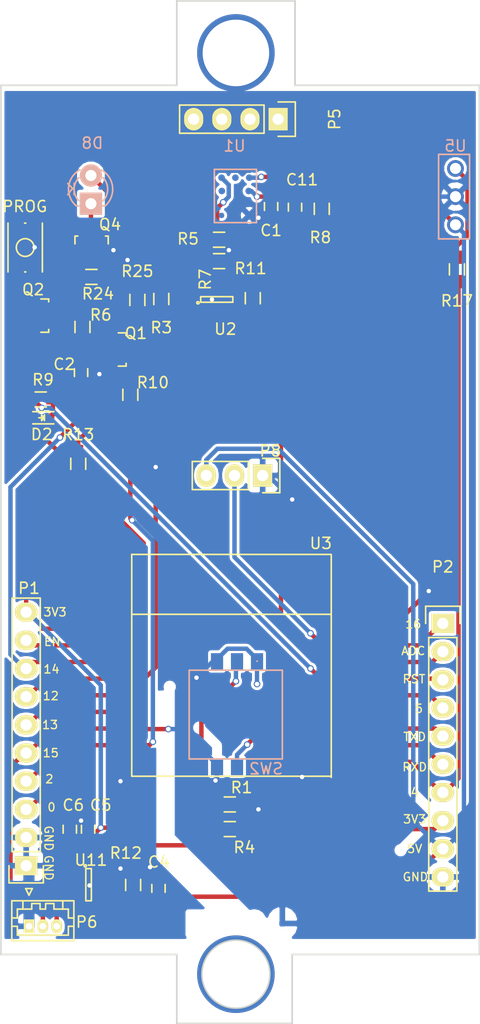
<source format=kicad_pcb>
(kicad_pcb (version 20160815) (host pcbnew 201610091317+7290~55~ubuntu16.04.1-)

  (general
    (links 108)
    (no_connects 16)
    (area 112.954999 44.247999 156.285001 136.600001)
    (thickness 1.6)
    (drawings 51)
    (tracks 391)
    (zones 0)
    (modules 40)
    (nets 34)
  )

  (page A4)
  (title_block
    (title "Liger v0.2")
    (date 2016-09-21)
    (company PYFI)
  )

  (layers
    (0 F.Cu signal)
    (31 B.Cu signal)
    (32 B.Adhes user hide)
    (33 F.Adhes user hide)
    (34 B.Paste user)
    (35 F.Paste user)
    (36 B.SilkS user)
    (37 F.SilkS user)
    (38 B.Mask user)
    (39 F.Mask user)
    (40 Dwgs.User user hide)
    (41 Cmts.User user hide)
    (42 Eco1.User user hide)
    (43 Eco2.User user hide)
    (44 Edge.Cuts user)
    (45 Margin user hide)
    (46 B.CrtYd user hide)
    (47 F.CrtYd user hide)
    (48 B.Fab user hide)
    (49 F.Fab user hide)
  )

  (setup
    (last_trace_width 0.4)
    (user_trace_width 0.25)
    (trace_clearance 0.125)
    (zone_clearance 0.25)
    (zone_45_only yes)
    (trace_min 0.2)
    (segment_width 0.2)
    (edge_width 0.15)
    (via_size 0.6)
    (via_drill 0.4)
    (via_min_size 0.4)
    (via_min_drill 0.3)
    (uvia_size 0.3)
    (uvia_drill 0.1)
    (uvias_allowed no)
    (uvia_min_size 0.2)
    (uvia_min_drill 0.1)
    (pcb_text_width 0.3)
    (pcb_text_size 1.5 1.5)
    (mod_edge_width 0.15)
    (mod_text_size 1 1)
    (mod_text_width 0.15)
    (pad_size 1.524 1.524)
    (pad_drill 0.762)
    (pad_to_mask_clearance 0.2)
    (aux_axis_origin 0 0)
    (visible_elements FFFFFF7F)
    (pcbplotparams
      (layerselection 0x012f0_ffffffff)
      (usegerberextensions false)
      (excludeedgelayer true)
      (linewidth 0.100000)
      (plotframeref false)
      (viasonmask false)
      (mode 1)
      (useauxorigin false)
      (hpglpennumber 1)
      (hpglpenspeed 20)
      (hpglpendiameter 15)
      (psnegative false)
      (psa4output false)
      (plotreference true)
      (plotvalue true)
      (plotinvisibletext false)
      (padsonsilk false)
      (subtractmaskfromsilk false)
      (outputformat 1)
      (mirror false)
      (drillshape 0)
      (scaleselection 1)
      (outputdirectory liger_gerbers))
  )

  (net 0 "")
  (net 1 GND)
  (net 2 "Net-(C1-Pad2)")
  (net 3 "Net-(C2-Pad2)")
  (net 4 +5V)
  (net 5 +3V3)
  (net 6 "Net-(C11-Pad1)")
  (net 7 "Net-(C11-Pad2)")
  (net 8 "Net-(D2-Pad1)")
  (net 9 "Net-(D8-Pad1)")
  (net 10 "Net-(D8-Pad2)")
  (net 11 IO0)
  (net 12 IO2)
  (net 13 IO15)
  (net 14 IO13)
  (net 15 IO12)
  (net 16 IO14)
  (net 17 EN)
  (net 18 IO16)
  (net 19 ADC)
  (net 20 RESET)
  (net 21 IO5)
  (net 22 TXD)
  (net 23 RXD)
  (net 24 IO4)
  (net 25 "Net-(Q1-Pad3)")
  (net 26 "Net-(Q2-Pad3)")
  (net 27 "Net-(Q4-Pad1)")
  (net 28 "Net-(R3-Pad1)")
  (net 29 "Net-(R7-Pad1)")
  (net 30 "Net-(R11-Pad1)")
  (net 31 "Net-(R17-Pad1)")
  (net 32 "Net-(U11-Pad4)")
  (net 33 "Net-(R4-Pad2)")

  (net_class Default "This is the default net class."
    (clearance 0.125)
    (trace_width 0.4)
    (via_dia 0.6)
    (via_drill 0.4)
    (uvia_dia 0.3)
    (uvia_drill 0.1)
    (diff_pair_gap 0.25)
    (diff_pair_width 0.2)
    (add_net HV-)
    (add_net "Net-(C1-Pad2)")
    (add_net "Net-(C11-Pad1)")
    (add_net "Net-(C11-Pad2)")
    (add_net "Net-(C2-Pad2)")
    (add_net "Net-(D2-Pad1)")
    (add_net "Net-(D4-Pad2)")
    (add_net "Net-(D8-Pad1)")
    (add_net "Net-(D8-Pad2)")
    (add_net "Net-(Q1-Pad3)")
    (add_net "Net-(Q2-Pad3)")
    (add_net "Net-(Q4-Pad1)")
    (add_net "Net-(R11-Pad1)")
    (add_net "Net-(R17-Pad1)")
    (add_net "Net-(R3-Pad1)")
    (add_net "Net-(R4-Pad2)")
    (add_net "Net-(R7-Pad1)")
    (add_net "Net-(Relay1-Pad4)")
    (add_net "Net-(U11-Pad4)")
    (add_net RELAY)
  )

  (net_class HC ""
    (clearance 0.125)
    (trace_width 0.4)
    (via_dia 0.6)
    (via_drill 0.4)
    (uvia_dia 0.3)
    (uvia_drill 0.1)
    (diff_pair_gap 0.25)
    (diff_pair_width 0.2)
  )

  (net_class HV ""
    (clearance 0.5)
    (trace_width 1)
    (via_dia 0.6)
    (via_drill 0.4)
    (uvia_dia 0.3)
    (uvia_drill 0.1)
    (diff_pair_gap 0.25)
    (diff_pair_width 0.2)
  )

  (net_class LC ""
    (clearance 0.125)
    (trace_width 0.25)
    (via_dia 0.6)
    (via_drill 0.4)
    (uvia_dia 0.3)
    (uvia_drill 0.1)
    (diff_pair_gap 0.25)
    (diff_pair_width 0.2)
  )

  (net_class LV ""
    (clearance 0.125)
    (trace_width 0.4)
    (via_dia 0.6)
    (via_drill 0.4)
    (uvia_dia 0.3)
    (uvia_drill 0.1)
    (diff_pair_gap 0.25)
    (diff_pair_width 0.2)
    (add_net +3V3)
    (add_net +5V)
    (add_net ADC)
    (add_net EN)
    (add_net GND)
    (add_net IO0)
    (add_net IO12)
    (add_net IO13)
    (add_net IO14)
    (add_net IO15)
    (add_net IO16)
    (add_net IO2)
    (add_net IO4)
    (add_net IO5)
    (add_net RESET)
    (add_net RXD)
    (add_net TXD)
  )

  (module Resistors_SMD:R_0603_HandSoldering (layer F.Cu) (tedit 5802C832) (tstamp 5804698B)
    (at 133.688 116.7765 180)
    (descr "Resistor SMD 0603, hand soldering")
    (tags "resistor 0603")
    (path /57689507)
    (attr smd)
    (fp_text reference R1 (at -1.059 1.524 180) (layer F.SilkS)
      (effects (font (size 1 1) (thickness 0.15)))
    )
    (fp_text value 1K (at 0 1.9 180) (layer F.Fab)
      (effects (font (size 1 1) (thickness 0.15)))
    )
    (fp_line (start -0.5 -0.675) (end 0.5 -0.675) (layer F.SilkS) (width 0.15))
    (fp_line (start 0.5 0.675) (end -0.5 0.675) (layer F.SilkS) (width 0.15))
    (fp_line (start 2 -0.8) (end 2 0.8) (layer F.CrtYd) (width 0.05))
    (fp_line (start -2 -0.8) (end -2 0.8) (layer F.CrtYd) (width 0.05))
    (fp_line (start -2 0.8) (end 2 0.8) (layer F.CrtYd) (width 0.05))
    (fp_line (start -2 -0.8) (end 2 -0.8) (layer F.CrtYd) (width 0.05))
    (pad 2 smd rect (at 1.1 0 180) (size 1.2 0.9) (layers F.Cu F.Paste F.Mask)
      (net 12 IO2))
    (pad 1 smd rect (at -1.1 0 180) (size 1.2 0.9) (layers F.Cu F.Paste F.Mask)
      (net 1 GND))
    (model Resistors_SMD.3dshapes/R_0603_HandSoldering.wrl
      (at (xyz 0 0 0))
      (scale (xyz 1 1 1))
      (rotate (xyz 0 0 0))
    )
  )

  (module footprints:mounting-hole-6mm (layer F.Cu) (tedit 5802C832) (tstamp 58045E95)
    (at 134.239 49.022)
    (fp_text reference REF** (at 3.683 4.191) (layer F.SilkS) hide
      (effects (font (size 1 1) (thickness 0.15)))
    )
    (fp_text value mounting-hole-6mm (at 0.0254 -4.5212) (layer F.Fab)
      (effects (font (size 1 1) (thickness 0.15)))
    )
    (pad 1 thru_hole circle (at 0 0) (size 7 7) (drill 6) (layers *.Cu *.Mask))
  )

  (module footprints:mounting-hole-6mm (layer F.Cu) (tedit 5802C832) (tstamp 58045E90)
    (at 134.239 132.08)
    (fp_text reference REF** (at 5.4102 -2.7432) (layer F.SilkS) hide
      (effects (font (size 1 1) (thickness 0.15)))
    )
    (fp_text value mounting-hole-6mm (at 0.0254 -4.5212) (layer F.Fab)
      (effects (font (size 1 1) (thickness 0.15)))
    )
    (pad 1 thru_hole circle (at 0 0) (size 7 7) (drill 6) (layers *.Cu *.Mask))
  )

  (module TO_SOT_Packages_SMD:SOT-23 (layer F.Cu) (tedit 5802C832) (tstamp 57DF3C1D)
    (at 121.219 66.18224)
    (descr "SOT-23, Standard")
    (tags SOT-23)
    (path /577276B5)
    (attr smd)
    (fp_text reference Q4 (at 1.6612 -1.69164) (layer F.SilkS)
      (effects (font (size 1 1) (thickness 0.15)))
    )
    (fp_text value Q_NPN_BEC (at 0 2.3) (layer F.Fab)
      (effects (font (size 1 1) (thickness 0.15)))
    )
    (fp_line (start -1.65 -1.6) (end 1.65 -1.6) (layer F.CrtYd) (width 0.05))
    (fp_line (start 1.65 -1.6) (end 1.65 1.6) (layer F.CrtYd) (width 0.05))
    (fp_line (start 1.65 1.6) (end -1.65 1.6) (layer F.CrtYd) (width 0.05))
    (fp_line (start -1.65 1.6) (end -1.65 -1.6) (layer F.CrtYd) (width 0.05))
    (fp_line (start 1.29916 -0.65024) (end 1.2509 -0.65024) (layer F.SilkS) (width 0.15))
    (fp_line (start -1.49982 0.0508) (end -1.49982 -0.65024) (layer F.SilkS) (width 0.15))
    (fp_line (start -1.49982 -0.65024) (end -1.2509 -0.65024) (layer F.SilkS) (width 0.15))
    (fp_line (start 1.29916 -0.65024) (end 1.49982 -0.65024) (layer F.SilkS) (width 0.15))
    (fp_line (start 1.49982 -0.65024) (end 1.49982 0.0508) (layer F.SilkS) (width 0.15))
    (pad 3 smd rect (at 0 -0.99822) (size 0.8001 0.8001) (layers F.Cu F.Paste F.Mask)
      (net 9 "Net-(D8-Pad1)"))
    (pad 2 smd rect (at 0.95 1.00076) (size 0.8001 0.8001) (layers F.Cu F.Paste F.Mask)
      (net 1 GND))
    (pad 1 smd rect (at -0.95 1.00076) (size 0.8001 0.8001) (layers F.Cu F.Paste F.Mask)
      (net 27 "Net-(Q4-Pad1)"))
    (model TO_SOT_Packages_SMD.3dshapes/SOT-23.wrl
      (at (xyz 0 0 0))
      (scale (xyz 1 1 1))
      (rotate (xyz 0 0 0))
    )
  )

  (module Capacitors_SMD:C_0603 (layer F.Cu) (tedit 5802C832) (tstamp 57D73E09)
    (at 120.904 119.011 90)
    (descr "Capacitor SMD 0603, reflow soldering, AVX (see smccp.pdf)")
    (tags "capacitor 0603")
    (path /576FFA59)
    (attr smd)
    (fp_text reference C5 (at 2.171 1.143 180) (layer F.SilkS)
      (effects (font (size 1 1) (thickness 0.15)))
    )
    (fp_text value 1uf (at 0 1.9 90) (layer F.Fab)
      (effects (font (size 1 1) (thickness 0.15)))
    )
    (fp_line (start -1.45 -0.75) (end 1.45 -0.75) (layer F.CrtYd) (width 0.05))
    (fp_line (start -1.45 0.75) (end 1.45 0.75) (layer F.CrtYd) (width 0.05))
    (fp_line (start -1.45 -0.75) (end -1.45 0.75) (layer F.CrtYd) (width 0.05))
    (fp_line (start 1.45 -0.75) (end 1.45 0.75) (layer F.CrtYd) (width 0.05))
    (fp_line (start -0.35 -0.6) (end 0.35 -0.6) (layer F.SilkS) (width 0.15))
    (fp_line (start 0.35 0.6) (end -0.35 0.6) (layer F.SilkS) (width 0.15))
    (pad 2 smd rect (at 0.75 0 90) (size 0.8 0.75) (layers F.Cu F.Paste F.Mask)
      (net 1 GND))
    (pad 1 smd rect (at -0.75 0 90) (size 0.8 0.75) (layers F.Cu F.Paste F.Mask)
      (net 5 +3V3))
    (model Capacitors_SMD.3dshapes/C_0603.wrl
      (at (xyz 0 0 0))
      (scale (xyz 1 1 1))
      (rotate (xyz 0 0 0))
    )
  )

  (module Resistors_SMD:R_0603_HandSoldering (layer F.Cu) (tedit 5802C832) (tstamp 57D740BD)
    (at 133.688 118.999 180)
    (descr "Resistor SMD 0603, hand soldering")
    (tags "resistor 0603")
    (path /57DA5412)
    (attr smd)
    (fp_text reference R4 (at -1.313 -1.651 180) (layer F.SilkS)
      (effects (font (size 1 1) (thickness 0.15)))
    )
    (fp_text value 36 (at 0 1.9 180) (layer F.Fab)
      (effects (font (size 1 1) (thickness 0.15)))
    )
    (fp_line (start -2 -0.8) (end 2 -0.8) (layer F.CrtYd) (width 0.05))
    (fp_line (start -2 0.8) (end 2 0.8) (layer F.CrtYd) (width 0.05))
    (fp_line (start -2 -0.8) (end -2 0.8) (layer F.CrtYd) (width 0.05))
    (fp_line (start 2 -0.8) (end 2 0.8) (layer F.CrtYd) (width 0.05))
    (fp_line (start 0.5 0.675) (end -0.5 0.675) (layer F.SilkS) (width 0.15))
    (fp_line (start -0.5 -0.675) (end 0.5 -0.675) (layer F.SilkS) (width 0.15))
    (pad 2 smd rect (at 1.1 0 180) (size 1.2 0.9) (layers F.Cu F.Paste F.Mask)
      (net 33 "Net-(R4-Pad2)"))
    (pad 1 smd rect (at -1.1 0 180) (size 1.2 0.9) (layers F.Cu F.Paste F.Mask)
      (net 5 +3V3))
    (model Resistors_SMD.3dshapes/R_0603_HandSoldering.wrl
      (at (xyz 0 0 0))
      (scale (xyz 1 1 1))
      (rotate (xyz 0 0 0))
    )
  )

  (module Connectors_Hirose:Hirose_DF13-03P-1.25DSA_03x1.25mm_Straight (layer F.Cu) (tedit 5802C832) (tstamp 57DF1768)
    (at 115.57 127.762)
    (descr "Hirose DF13 series connector, 1.25mm pitch, top entry PTH")
    (tags "connector hirose df13 top straight vertical through thru hole")
    (path /57DDC8F3)
    (fp_text reference P6 (at 5.207 -0.381) (layer F.SilkS)
      (effects (font (size 1 1) (thickness 0.15)))
    )
    (fp_text value CONN_01X03 (at 1.25 2.5) (layer F.Fab)
      (effects (font (size 1 1) (thickness 0.15)))
    )
    (fp_line (start -1.55 -2.3) (end -1.55 1.3) (layer F.SilkS) (width 0.15))
    (fp_line (start -1.55 1.3) (end 4.05 1.3) (layer F.SilkS) (width 0.15))
    (fp_line (start 4.05 1.3) (end 4.05 -2.3) (layer F.SilkS) (width 0.15))
    (fp_line (start 4.05 -2.3) (end -1.55 -2.3) (layer F.SilkS) (width 0.15))
    (fp_line (start 0 -2.8) (end -0.3 -3.4) (layer F.SilkS) (width 0.15))
    (fp_line (start -0.3 -3.4) (end 0.3 -3.4) (layer F.SilkS) (width 0.15))
    (fp_line (start 0.3 -3.4) (end 0 -2.8) (layer F.SilkS) (width 0.15))
    (fp_line (start -1.55 0) (end -1.05 0) (layer F.SilkS) (width 0.15))
    (fp_line (start -1.05 0) (end -1.05 0.8) (layer F.SilkS) (width 0.15))
    (fp_line (start -1.05 0.8) (end 3.55 0.8) (layer F.SilkS) (width 0.15))
    (fp_line (start 3.55 0.8) (end 3.55 0) (layer F.SilkS) (width 0.15))
    (fp_line (start 3.55 0) (end 4.05 0) (layer F.SilkS) (width 0.15))
    (fp_line (start -1.55 -0.75) (end -1.05 -0.75) (layer F.SilkS) (width 0.15))
    (fp_line (start -1.05 -0.75) (end -1.05 -1.55) (layer F.SilkS) (width 0.15))
    (fp_line (start -1.05 -1.55) (end -0.55 -1.55) (layer F.SilkS) (width 0.15))
    (fp_line (start -0.55 -1.55) (end -0.55 -2.3) (layer F.SilkS) (width 0.15))
    (fp_line (start 4.05 -0.75) (end 3.55 -0.75) (layer F.SilkS) (width 0.15))
    (fp_line (start 3.55 -0.75) (end 3.55 -1.55) (layer F.SilkS) (width 0.15))
    (fp_line (start 3.55 -1.55) (end 3.05 -1.55) (layer F.SilkS) (width 0.15))
    (fp_line (start 3.05 -1.55) (end 3.05 -2.3) (layer F.SilkS) (width 0.15))
    (fp_line (start -0.55 -1.55) (end 0.25 -1.55) (layer F.SilkS) (width 0.15))
    (fp_line (start 0.25 -1.55) (end 0.25 -2.05) (layer F.SilkS) (width 0.15))
    (fp_line (start 0.25 -2.05) (end 1 -2.05) (layer F.SilkS) (width 0.15))
    (fp_line (start 1 -2.05) (end 1 -1.55) (layer F.SilkS) (width 0.15))
    (fp_line (start 1 -1.55) (end 1.5 -1.55) (layer F.SilkS) (width 0.15))
    (fp_line (start 1.5 -1.55) (end 1.5 -2.05) (layer F.SilkS) (width 0.15))
    (fp_line (start 1.5 -2.05) (end 2.25 -2.05) (layer F.SilkS) (width 0.15))
    (fp_line (start 2.25 -2.05) (end 2.25 -1.55) (layer F.SilkS) (width 0.15))
    (fp_line (start 2.25 -1.55) (end 3.05 -1.55) (layer F.SilkS) (width 0.15))
    (fp_line (start -2.05 -2.8) (end -2.05 1.8) (layer F.CrtYd) (width 0.05))
    (fp_line (start -2.05 1.8) (end 4.55 1.8) (layer F.CrtYd) (width 0.05))
    (fp_line (start 4.55 1.8) (end 4.55 -2.8) (layer F.CrtYd) (width 0.05))
    (fp_line (start 4.55 -2.8) (end -2.05 -2.8) (layer F.CrtYd) (width 0.05))
    (pad 3 thru_hole oval (at 2.5 0) (size 0.95 1.25) (drill 0.6) (layers *.Cu *.Mask F.SilkS)
      (net 4 +5V))
    (pad 2 thru_hole oval (at 1.25 0) (size 0.95 1.25) (drill 0.6) (layers *.Cu *.Mask F.SilkS)
      (net 13 IO15))
    (pad 1 thru_hole rect (at 0 0) (size 0.95 1.25) (drill 0.6) (layers *.Cu *.Mask F.SilkS)
      (net 1 GND))
    (model Connectors_Hirose.3dshapes/Hirose_DF13-03P-1.25DSA_03x1.25mm_Straight.wrl
      (at (xyz 0 0 0))
      (scale (xyz 1 1 1))
      (rotate (xyz 0 0 0))
    )
  )

  (module TO_SOT_Packages_SMD:SOT-23-5 (layer F.Cu) (tedit 5802C832) (tstamp 57D74261)
    (at 120.947 124.013)
    (descr "5-pin SOT23 package")
    (tags SOT-23-5)
    (path /5768217D)
    (attr smd)
    (fp_text reference U11 (at 0.211 -2.22 180) (layer F.SilkS)
      (effects (font (size 1 1) (thickness 0.15)))
    )
    (fp_text value SPX3819 (at -0.05 2.35) (layer F.Fab)
      (effects (font (size 1 1) (thickness 0.15)))
    )
    (fp_line (start -1.8 -1.6) (end 1.8 -1.6) (layer F.CrtYd) (width 0.05))
    (fp_line (start 1.8 -1.6) (end 1.8 1.6) (layer F.CrtYd) (width 0.05))
    (fp_line (start 1.8 1.6) (end -1.8 1.6) (layer F.CrtYd) (width 0.05))
    (fp_line (start -1.8 1.6) (end -1.8 -1.6) (layer F.CrtYd) (width 0.05))
    (fp_circle (center -0.3 -1.7) (end -0.2 -1.7) (layer F.SilkS) (width 0.15))
    (fp_line (start 0.25 -1.45) (end -0.25 -1.45) (layer F.SilkS) (width 0.15))
    (fp_line (start 0.25 1.45) (end 0.25 -1.45) (layer F.SilkS) (width 0.15))
    (fp_line (start -0.25 1.45) (end 0.25 1.45) (layer F.SilkS) (width 0.15))
    (fp_line (start -0.25 -1.45) (end -0.25 1.45) (layer F.SilkS) (width 0.15))
    (pad 5 smd rect (at 1.1 -0.95) (size 1.06 0.65) (layers F.Cu F.Paste F.Mask)
      (net 5 +3V3))
    (pad 4 smd rect (at 1.1 0.95) (size 1.06 0.65) (layers F.Cu F.Paste F.Mask)
      (net 32 "Net-(U11-Pad4)"))
    (pad 3 smd rect (at -1.1 0.95) (size 1.06 0.65) (layers F.Cu F.Paste F.Mask)
      (net 4 +5V))
    (pad 2 smd rect (at -1.1 0) (size 1.06 0.65) (layers F.Cu F.Paste F.Mask)
      (net 1 GND))
    (pad 1 smd rect (at -1.1 -0.95) (size 1.06 0.65) (layers F.Cu F.Paste F.Mask)
      (net 4 +5V))
    (model TO_SOT_Packages_SMD.3dshapes/SOT-23-5.wrl
      (at (xyz 0 0 0))
      (scale (xyz 1 1 1))
      (rotate (xyz 0 0 0))
    )
  )

  (module LEDs:LED-3MM (layer B.Cu) (tedit 5802C832) (tstamp 57DF3C0D)
    (at 121.158 62.611 90)
    (descr "LED 3mm round vertical")
    (tags "LED  3mm round vertical")
    (path /57722A1E)
    (fp_text reference D8 (at 5.461 0.127 180) (layer B.SilkS)
      (effects (font (size 1 1) (thickness 0.15)) (justify mirror))
    )
    (fp_text value LED (at 1.3 2.9 90) (layer B.Fab)
      (effects (font (size 1 1) (thickness 0.15)) (justify mirror))
    )
    (fp_line (start -1.2 -2.3) (end 3.8 -2.3) (layer B.CrtYd) (width 0.05))
    (fp_line (start 3.8 -2.3) (end 3.8 2.2) (layer B.CrtYd) (width 0.05))
    (fp_line (start 3.8 2.2) (end -1.2 2.2) (layer B.CrtYd) (width 0.05))
    (fp_line (start -1.2 2.2) (end -1.2 -2.3) (layer B.CrtYd) (width 0.05))
    (fp_line (start -0.199 -1.314) (end -0.199 -1.114) (layer B.SilkS) (width 0.15))
    (fp_line (start -0.199 1.28) (end -0.199 1.1) (layer B.SilkS) (width 0.15))
    (fp_arc (start 1.301 -0.034) (end -0.199 1.286) (angle -108.5) (layer B.SilkS) (width 0.15))
    (fp_arc (start 1.301 -0.034) (end 0.25 1.1) (angle -85.7) (layer B.SilkS) (width 0.15))
    (fp_arc (start 1.311 -0.034) (end 3.051 -0.994) (angle -110) (layer B.SilkS) (width 0.15))
    (fp_arc (start 1.301 -0.034) (end 2.335 -1.094) (angle -87.5) (layer B.SilkS) (width 0.15))
    (fp_text user K (at 1.27 -1.778 180) (layer B.SilkS)
      (effects (font (size 1 1) (thickness 0.15)) (justify mirror))
    )
    (pad 2 thru_hole circle (at 2.54 0 90) (size 2 2) (drill 1.00076) (layers *.Cu *.Mask B.SilkS)
      (net 10 "Net-(D8-Pad2)"))
    (pad 1 thru_hole rect (at 0 0) (size 2 2) (drill 1.00076) (layers *.Cu *.Mask B.SilkS)
      (net 9 "Net-(D8-Pad1)"))
    (model LEDs.3dshapes/LED-3MM.wrl
      (at (xyz 0.05 0 0))
      (scale (xyz 1 1 1))
      (rotate (xyz 0 0 90))
    )
  )

  (module Resistors_SMD:R_0603_HandSoldering (layer F.Cu) (tedit 5802C832) (tstamp 57DF3C29)
    (at 121.201 69.215)
    (descr "Resistor SMD 0603, hand soldering")
    (tags "resistor 0603")
    (path /5772613E)
    (attr smd)
    (fp_text reference R24 (at 0.592 1.524 -180) (layer F.SilkS)
      (effects (font (size 1 1) (thickness 0.15)))
    )
    (fp_text value 1K (at 0 1.9) (layer F.Fab)
      (effects (font (size 1 1) (thickness 0.15)))
    )
    (fp_line (start -2 -0.8) (end 2 -0.8) (layer F.CrtYd) (width 0.05))
    (fp_line (start -2 0.8) (end 2 0.8) (layer F.CrtYd) (width 0.05))
    (fp_line (start -2 -0.8) (end -2 0.8) (layer F.CrtYd) (width 0.05))
    (fp_line (start 2 -0.8) (end 2 0.8) (layer F.CrtYd) (width 0.05))
    (fp_line (start 0.5 0.675) (end -0.5 0.675) (layer F.SilkS) (width 0.15))
    (fp_line (start -0.5 -0.675) (end 0.5 -0.675) (layer F.SilkS) (width 0.15))
    (pad 2 smd rect (at 1.1 0) (size 1.2 0.9) (layers F.Cu F.Paste F.Mask)
      (net 16 IO14))
    (pad 1 smd rect (at -1.1 0) (size 1.2 0.9) (layers F.Cu F.Paste F.Mask)
      (net 27 "Net-(Q4-Pad1)"))
    (model Resistors_SMD.3dshapes/R_0603_HandSoldering.wrl
      (at (xyz 0 0 0))
      (scale (xyz 1 1 1))
      (rotate (xyz 0 0 0))
    )
  )

  (module Capacitors_SMD:C_0603_HandSoldering (layer F.Cu) (tedit 5802C832) (tstamp 57DF369A)
    (at 137.414 62.865 90)
    (descr "Capacitor SMD 0603, hand soldering")
    (tags "capacitor 0603")
    (path /57D31D9B)
    (attr smd)
    (fp_text reference C1 (at -2.159 0 180) (layer F.SilkS)
      (effects (font (size 1 1) (thickness 0.15)))
    )
    (fp_text value 4.7uf (at 0 1.9 90) (layer F.Fab)
      (effects (font (size 1 1) (thickness 0.15)))
    )
    (fp_line (start -1.85 -0.75) (end 1.85 -0.75) (layer F.CrtYd) (width 0.05))
    (fp_line (start -1.85 0.75) (end 1.85 0.75) (layer F.CrtYd) (width 0.05))
    (fp_line (start -1.85 -0.75) (end -1.85 0.75) (layer F.CrtYd) (width 0.05))
    (fp_line (start 1.85 -0.75) (end 1.85 0.75) (layer F.CrtYd) (width 0.05))
    (fp_line (start -0.35 -0.6) (end 0.35 -0.6) (layer F.SilkS) (width 0.15))
    (fp_line (start 0.35 0.6) (end -0.35 0.6) (layer F.SilkS) (width 0.15))
    (pad 2 smd rect (at 0.95 0 90) (size 1.2 0.75) (layers F.Cu F.Paste F.Mask)
      (net 2 "Net-(C1-Pad2)"))
    (pad 1 smd rect (at -0.95 0 90) (size 1.2 0.75) (layers F.Cu F.Paste F.Mask)
      (net 1 GND))
    (model Capacitors_SMD.3dshapes/C_0603_HandSoldering.wrl
      (at (xyz 0 0 0))
      (scale (xyz 1 1 1))
      (rotate (xyz 0 0 0))
    )
  )

  (module Capacitors_SMD:C_0603_HandSoldering (layer F.Cu) (tedit 5802C832) (tstamp 57DF36A6)
    (at 139.573 62.926 90)
    (descr "Capacitor SMD 0603, hand soldering")
    (tags "capacitor 0603")
    (path /57C8DD11)
    (attr smd)
    (fp_text reference C11 (at 2.474 0.635 180) (layer F.SilkS)
      (effects (font (size 1 1) (thickness 0.15)))
    )
    (fp_text value 220nF (at 0 1.9 90) (layer F.Fab)
      (effects (font (size 1 1) (thickness 0.15)))
    )
    (fp_line (start -1.85 -0.75) (end 1.85 -0.75) (layer F.CrtYd) (width 0.05))
    (fp_line (start -1.85 0.75) (end 1.85 0.75) (layer F.CrtYd) (width 0.05))
    (fp_line (start -1.85 -0.75) (end -1.85 0.75) (layer F.CrtYd) (width 0.05))
    (fp_line (start 1.85 -0.75) (end 1.85 0.75) (layer F.CrtYd) (width 0.05))
    (fp_line (start -0.35 -0.6) (end 0.35 -0.6) (layer F.SilkS) (width 0.15))
    (fp_line (start 0.35 0.6) (end -0.35 0.6) (layer F.SilkS) (width 0.15))
    (pad 2 smd rect (at 0.95 0 90) (size 1.2 0.75) (layers F.Cu F.Paste F.Mask)
      (net 7 "Net-(C11-Pad2)"))
    (pad 1 smd rect (at -0.95 0 90) (size 1.2 0.75) (layers F.Cu F.Paste F.Mask)
      (net 6 "Net-(C11-Pad1)"))
    (model Capacitors_SMD.3dshapes/C_0603_HandSoldering.wrl
      (at (xyz 0 0 0))
      (scale (xyz 1 1 1))
      (rotate (xyz 0 0 0))
    )
  )

  (module Resistors_SMD:R_0603_HandSoldering (layer F.Cu) (tedit 5802C832) (tstamp 57DF36E9)
    (at 127.508 71.204 270)
    (descr "Resistor SMD 0603, hand soldering")
    (tags "resistor 0603")
    (path /57D0E6CD)
    (attr smd)
    (fp_text reference R3 (at 2.583 0) (layer F.SilkS)
      (effects (font (size 1 1) (thickness 0.15)))
    )
    (fp_text value 6.65K (at 0 1.9 270) (layer F.Fab)
      (effects (font (size 1 1) (thickness 0.15)))
    )
    (fp_line (start -2 -0.8) (end 2 -0.8) (layer F.CrtYd) (width 0.05))
    (fp_line (start -2 0.8) (end 2 0.8) (layer F.CrtYd) (width 0.05))
    (fp_line (start -2 -0.8) (end -2 0.8) (layer F.CrtYd) (width 0.05))
    (fp_line (start 2 -0.8) (end 2 0.8) (layer F.CrtYd) (width 0.05))
    (fp_line (start 0.5 0.675) (end -0.5 0.675) (layer F.SilkS) (width 0.15))
    (fp_line (start -0.5 -0.675) (end 0.5 -0.675) (layer F.SilkS) (width 0.15))
    (pad 2 smd rect (at 1.1 0 270) (size 1.2 0.9) (layers F.Cu F.Paste F.Mask)
      (net 5 +3V3))
    (pad 1 smd rect (at -1.1 0 270) (size 1.2 0.9) (layers F.Cu F.Paste F.Mask)
      (net 28 "Net-(R3-Pad1)"))
    (model Resistors_SMD.3dshapes/R_0603_HandSoldering.wrl
      (at (xyz 0 0 0))
      (scale (xyz 1 1 1))
      (rotate (xyz 0 0 0))
    )
  )

  (module Resistors_SMD:R_0603_HandSoldering (layer F.Cu) (tedit 5802C832) (tstamp 57DF36F5)
    (at 132.7228 65.8622)
    (descr "Resistor SMD 0603, hand soldering")
    (tags "resistor 0603")
    (path /57D3513B)
    (attr smd)
    (fp_text reference R5 (at -2.8018 -0.0762 180) (layer F.SilkS)
      (effects (font (size 1 1) (thickness 0.15)))
    )
    (fp_text value 1K (at 0 1.9) (layer F.Fab)
      (effects (font (size 1 1) (thickness 0.15)))
    )
    (fp_line (start -2 -0.8) (end 2 -0.8) (layer F.CrtYd) (width 0.05))
    (fp_line (start -2 0.8) (end 2 0.8) (layer F.CrtYd) (width 0.05))
    (fp_line (start -2 -0.8) (end -2 0.8) (layer F.CrtYd) (width 0.05))
    (fp_line (start 2 -0.8) (end 2 0.8) (layer F.CrtYd) (width 0.05))
    (fp_line (start 0.5 0.675) (end -0.5 0.675) (layer F.SilkS) (width 0.15))
    (fp_line (start -0.5 -0.675) (end 0.5 -0.675) (layer F.SilkS) (width 0.15))
    (pad 2 smd rect (at 1.1 0) (size 1.2 0.9) (layers F.Cu F.Paste F.Mask)
      (net 1 GND))
    (pad 1 smd rect (at -1.1 0) (size 1.2 0.9) (layers F.Cu F.Paste F.Mask)
      (net 28 "Net-(R3-Pad1)"))
    (model Resistors_SMD.3dshapes/R_0603_HandSoldering.wrl
      (at (xyz 0 0 0))
      (scale (xyz 1 1 1))
      (rotate (xyz 0 0 0))
    )
  )

  (module Resistors_SMD:R_0603_HandSoldering (layer F.Cu) (tedit 5802C832) (tstamp 57DF3701)
    (at 132.7228 67.7926 180)
    (descr "Resistor SMD 0603, hand soldering")
    (tags "resistor 0603")
    (path /57D1D9BA)
    (attr smd)
    (fp_text reference R7 (at 1.2524 -1.651 270) (layer F.SilkS)
      (effects (font (size 1 1) (thickness 0.15)))
    )
    (fp_text value 1K (at 0 1.9 180) (layer F.Fab)
      (effects (font (size 1 1) (thickness 0.15)))
    )
    (fp_line (start -2 -0.8) (end 2 -0.8) (layer F.CrtYd) (width 0.05))
    (fp_line (start -2 0.8) (end 2 0.8) (layer F.CrtYd) (width 0.05))
    (fp_line (start -2 -0.8) (end -2 0.8) (layer F.CrtYd) (width 0.05))
    (fp_line (start 2 -0.8) (end 2 0.8) (layer F.CrtYd) (width 0.05))
    (fp_line (start 0.5 0.675) (end -0.5 0.675) (layer F.SilkS) (width 0.15))
    (fp_line (start -0.5 -0.675) (end 0.5 -0.675) (layer F.SilkS) (width 0.15))
    (pad 2 smd rect (at 1.1 0 180) (size 1.2 0.9) (layers F.Cu F.Paste F.Mask)
      (net 28 "Net-(R3-Pad1)"))
    (pad 1 smd rect (at -1.1 0 180) (size 1.2 0.9) (layers F.Cu F.Paste F.Mask)
      (net 29 "Net-(R7-Pad1)"))
    (model Resistors_SMD.3dshapes/R_0603_HandSoldering.wrl
      (at (xyz 0 0 0))
      (scale (xyz 1 1 1))
      (rotate (xyz 0 0 0))
    )
  )

  (module Resistors_SMD:R_0603_HandSoldering (layer F.Cu) (tedit 5802C832) (tstamp 57DF370D)
    (at 141.986 63.076 90)
    (descr "Resistor SMD 0603, hand soldering")
    (tags "resistor 0603")
    (path /57D32F11)
    (attr smd)
    (fp_text reference R8 (at -2.583 -0.127 180) (layer F.SilkS)
      (effects (font (size 1 1) (thickness 0.15)))
    )
    (fp_text value 1K (at 0 1.9 90) (layer F.Fab)
      (effects (font (size 1 1) (thickness 0.15)))
    )
    (fp_line (start -2 -0.8) (end 2 -0.8) (layer F.CrtYd) (width 0.05))
    (fp_line (start -2 0.8) (end 2 0.8) (layer F.CrtYd) (width 0.05))
    (fp_line (start -2 -0.8) (end -2 0.8) (layer F.CrtYd) (width 0.05))
    (fp_line (start 2 -0.8) (end 2 0.8) (layer F.CrtYd) (width 0.05))
    (fp_line (start 0.5 0.675) (end -0.5 0.675) (layer F.SilkS) (width 0.15))
    (fp_line (start -0.5 -0.675) (end 0.5 -0.675) (layer F.SilkS) (width 0.15))
    (pad 2 smd rect (at 1.1 0 90) (size 1.2 0.9) (layers F.Cu F.Paste F.Mask)
      (net 6 "Net-(C11-Pad1)"))
    (pad 1 smd rect (at -1.1 0 90) (size 1.2 0.9) (layers F.Cu F.Paste F.Mask)
      (net 30 "Net-(R11-Pad1)"))
    (model Resistors_SMD.3dshapes/R_0603_HandSoldering.wrl
      (at (xyz 0 0 0))
      (scale (xyz 1 1 1))
      (rotate (xyz 0 0 0))
    )
  )

  (module Resistors_SMD:R_0603_HandSoldering (layer F.Cu) (tedit 5802C832) (tstamp 57DF3719)
    (at 135.763 71.1376 270)
    (descr "Resistor SMD 0603, hand soldering")
    (tags "resistor 0603")
    (path /57D1D84F)
    (attr smd)
    (fp_text reference R11 (at -2.6846 0.2032) (layer F.SilkS)
      (effects (font (size 1 1) (thickness 0.15)))
    )
    (fp_text value 10K (at 0 1.9 270) (layer F.Fab)
      (effects (font (size 1 1) (thickness 0.15)))
    )
    (fp_line (start -2 -0.8) (end 2 -0.8) (layer F.CrtYd) (width 0.05))
    (fp_line (start -2 0.8) (end 2 0.8) (layer F.CrtYd) (width 0.05))
    (fp_line (start -2 -0.8) (end -2 0.8) (layer F.CrtYd) (width 0.05))
    (fp_line (start 2 -0.8) (end 2 0.8) (layer F.CrtYd) (width 0.05))
    (fp_line (start 0.5 0.675) (end -0.5 0.675) (layer F.SilkS) (width 0.15))
    (fp_line (start -0.5 -0.675) (end 0.5 -0.675) (layer F.SilkS) (width 0.15))
    (pad 2 smd rect (at 1.1 0 270) (size 1.2 0.9) (layers F.Cu F.Paste F.Mask)
      (net 19 ADC))
    (pad 1 smd rect (at -1.1 0 270) (size 1.2 0.9) (layers F.Cu F.Paste F.Mask)
      (net 30 "Net-(R11-Pad1)"))
    (model Resistors_SMD.3dshapes/R_0603_HandSoldering.wrl
      (at (xyz 0 0 0))
      (scale (xyz 1 1 1))
      (rotate (xyz 0 0 0))
    )
  )

  (module footprints:memes-mic (layer B.Cu) (tedit 5802C832) (tstamp 57DF3729)
    (at 131.694 62.918 180)
    (path /57D08DA5)
    (fp_text reference U1 (at -2.418 5.514) (layer B.SilkS)
      (effects (font (size 1 1) (thickness 0.15)) (justify mirror))
    )
    (fp_text value MEMS-SPM0408LE5H (at -1.175 4.225 180) (layer B.Fab)
      (effects (font (size 1 1) (thickness 0.15)) (justify mirror))
    )
    (fp_line (start -4.4 3.4) (end -4.4 -1.4) (layer B.SilkS) (width 0.15))
    (fp_line (start -0.6 3.4) (end -4.4 3.4) (layer B.SilkS) (width 0.15))
    (fp_line (start -0.6 -1.4) (end -0.6 3.4) (layer B.SilkS) (width 0.15))
    (fp_line (start -1 -1.4) (end -0.6 -1.4) (layer B.SilkS) (width 0.15))
    (fp_line (start -1 -1.4) (end -4.4 -1.4) (layer B.SilkS) (width 0.15))
    (pad 2 smd circle (at -3.7 1.45 180) (size 0.6 0.6) (layers B.Cu B.Paste B.Mask)
      (net 2 "Net-(C1-Pad2)"))
    (pad 1 smd circle (at -3.75 2.65 180) (size 0.6 0.6) (layers B.Cu B.Paste B.Mask)
      (net 7 "Net-(C11-Pad2)"))
    (pad 7 smd circle (at -2.5 2.65 180) (size 0.6 0.6) (layers B.Cu B.Paste B.Mask))
    (pad 6 smd circle (at -1.25 2.65 180) (size 0.6 0.6) (layers B.Cu B.Paste B.Mask)
      (net 5 +3V3))
    (pad 5 smd circle (at -1.275 1.45 180) (size 0.6 0.6) (layers B.Cu B.Paste B.Mask))
    (pad 4 smd circle (at -1.25 -0.75 180) (size 0.5 0.5) (layers B.Cu B.Paste B.Mask))
    (pad 3 smd circle (at -3.75 -0.75 180) (size 0.5 0.5) (layers B.Cu B.Paste B.Mask)
      (net 1 GND))
  )

  (module TO_SOT_Packages_SMD:SOT-23-5 (layer F.Cu) (tedit 5802C832) (tstamp 57DF373B)
    (at 132.5118 71.247 90)
    (descr "5-pin SOT23 package")
    (tags SOT-23-5)
    (path /57DBFA97)
    (attr smd)
    (fp_text reference U2 (at -2.6748 0.7772 180) (layer F.SilkS)
      (effects (font (size 1 1) (thickness 0.15)))
    )
    (fp_text value OPA344 (at -0.05 2.35 90) (layer F.Fab)
      (effects (font (size 1 1) (thickness 0.15)))
    )
    (fp_line (start -1.8 -1.6) (end 1.8 -1.6) (layer F.CrtYd) (width 0.05))
    (fp_line (start 1.8 -1.6) (end 1.8 1.6) (layer F.CrtYd) (width 0.05))
    (fp_line (start 1.8 1.6) (end -1.8 1.6) (layer F.CrtYd) (width 0.05))
    (fp_line (start -1.8 1.6) (end -1.8 -1.6) (layer F.CrtYd) (width 0.05))
    (fp_circle (center -0.3 -1.7) (end -0.2 -1.7) (layer F.SilkS) (width 0.15))
    (fp_line (start 0.25 -1.45) (end -0.25 -1.45) (layer F.SilkS) (width 0.15))
    (fp_line (start 0.25 1.45) (end 0.25 -1.45) (layer F.SilkS) (width 0.15))
    (fp_line (start -0.25 1.45) (end 0.25 1.45) (layer F.SilkS) (width 0.15))
    (fp_line (start -0.25 -1.45) (end -0.25 1.45) (layer F.SilkS) (width 0.15))
    (pad 5 smd rect (at 1.1 -0.95 90) (size 1.06 0.65) (layers F.Cu F.Paste F.Mask)
      (net 5 +3V3))
    (pad 4 smd rect (at 1.1 0.95 90) (size 1.06 0.65) (layers F.Cu F.Paste F.Mask)
      (net 30 "Net-(R11-Pad1)"))
    (pad 3 smd rect (at -1.1 0.95 90) (size 1.06 0.65) (layers F.Cu F.Paste F.Mask)
      (net 29 "Net-(R7-Pad1)"))
    (pad 2 smd rect (at -1.1 0 90) (size 1.06 0.65) (layers F.Cu F.Paste F.Mask)
      (net 1 GND))
    (pad 1 smd rect (at -1.1 -0.95 90) (size 1.06 0.65) (layers F.Cu F.Paste F.Mask)
      (net 19 ADC))
    (model TO_SOT_Packages_SMD.3dshapes/SOT-23-5.wrl
      (at (xyz 0 0 0))
      (scale (xyz 1 1 1))
      (rotate (xyz 0 0 0))
    )
  )

  (module footprints:SMT-led-switch (layer B.Cu) (tedit 5802C832) (tstamp 57DC2A43)
    (at 134.5438 109.2454 270)
    (path /57DA217C)
    (fp_text reference SW2 (at 4.318 -2.413 180) (layer B.SilkS)
      (effects (font (size 1 1) (thickness 0.15)) (justify mirror))
    )
    (fp_text value LED-switch (at -0.3556 5.5118 90) (layer B.Fab)
      (effects (font (size 1 1) (thickness 0.15)) (justify mirror))
    )
    (fp_line (start -5.3848 -1.6256) (end -5.3848 -1.6002) (layer B.SilkS) (width 0.15))
    (fp_line (start -4.572 -3.8862) (end 3.429 -3.8862) (layer B.SilkS) (width 0.15))
    (fp_line (start -4.572 4.5212) (end -4.572 -3.8862) (layer B.SilkS) (width 0.15))
    (fp_line (start 3.429 4.5212) (end -4.572 4.5212) (layer B.SilkS) (width 0.15))
    (fp_line (start 3.429 -3.8862) (end 3.429 4.5212) (layer B.SilkS) (width 0.15))
    (pad 5 smd rect (at 4.1402 0.2032 180) (size 1.1 1.5) (layers B.Cu B.Paste B.Mask)
      (net 21 IO5))
    (pad 4 smd rect (at 4.1402 2.0066 180) (size 1.1 1.5) (layers B.Cu B.Paste B.Mask)
      (net 12 IO2))
    (pad 3 smd rect (at -5.3594 2.0066 180) (size 1.1 1.5) (layers B.Cu B.Paste B.Mask)
      (net 5 +3V3))
    (pad 2 smd rect (at -5.3594 0.2032 180) (size 1.1 1.5) (layers B.Cu B.Paste B.Mask)
      (net 33 "Net-(R4-Pad2)"))
    (pad 1 smd rect (at -5.3594 -1.6002 180) (size 1.1 1.5) (layers B.Cu B.Paste B.Mask)
      (net 5 +3V3))
  )

  (module LEDs:LED_0603 (layer F.Cu) (tedit 5802C832) (tstamp 57D73F28)
    (at 116.713 81.915 180)
    (descr "LED 0603 smd package")
    (tags "LED led 0603 SMD smd SMT smt smdled SMDLED smtled SMTLED")
    (path /577107D2)
    (attr smd)
    (fp_text reference D2 (at 0 -1.5 180) (layer F.SilkS)
      (effects (font (size 1 1) (thickness 0.15)))
    )
    (fp_text value LED (at 0 1.5 180) (layer F.Fab)
      (effects (font (size 1 1) (thickness 0.15)))
    )
    (fp_line (start -0.3 -0.2) (end -0.3 0.2) (layer F.Fab) (width 0.15))
    (fp_line (start -0.2 0) (end 0.1 -0.2) (layer F.Fab) (width 0.15))
    (fp_line (start 0.1 0.2) (end -0.2 0) (layer F.Fab) (width 0.15))
    (fp_line (start 0.1 -0.2) (end 0.1 0.2) (layer F.Fab) (width 0.15))
    (fp_line (start 0.8 0.4) (end -0.8 0.4) (layer F.Fab) (width 0.15))
    (fp_line (start 0.8 -0.4) (end 0.8 0.4) (layer F.Fab) (width 0.15))
    (fp_line (start -0.8 -0.4) (end 0.8 -0.4) (layer F.Fab) (width 0.15))
    (fp_line (start -0.8 0.4) (end -0.8 -0.4) (layer F.Fab) (width 0.15))
    (fp_line (start -1.1 0.55) (end 0.8 0.55) (layer F.SilkS) (width 0.15))
    (fp_line (start -1.1 -0.55) (end 0.8 -0.55) (layer F.SilkS) (width 0.15))
    (fp_line (start -0.2 0) (end 0.25 0) (layer F.SilkS) (width 0.15))
    (fp_line (start -0.25 -0.25) (end -0.25 0.25) (layer F.SilkS) (width 0.15))
    (fp_line (start -0.25 0) (end 0 -0.25) (layer F.SilkS) (width 0.15))
    (fp_line (start 0 -0.25) (end 0 0.25) (layer F.SilkS) (width 0.15))
    (fp_line (start 0 0.25) (end -0.25 0) (layer F.SilkS) (width 0.15))
    (fp_line (start 1.4 -0.75) (end 1.4 0.75) (layer F.CrtYd) (width 0.05))
    (fp_line (start 1.4 0.75) (end -1.4 0.75) (layer F.CrtYd) (width 0.05))
    (fp_line (start -1.4 0.75) (end -1.4 -0.75) (layer F.CrtYd) (width 0.05))
    (fp_line (start -1.4 -0.75) (end 1.4 -0.75) (layer F.CrtYd) (width 0.05))
    (pad 1 smd rect (at -0.7493 0) (size 0.79756 0.79756) (layers F.Cu F.Paste F.Mask)
      (net 8 "Net-(D2-Pad1)"))
    (pad 2 smd rect (at 0.7493 0) (size 0.79756 0.79756) (layers F.Cu F.Paste F.Mask)
      (net 5 +3V3))
    (model LEDs.3dshapes/LED_0603.wrl
      (at (xyz 0 0 0))
      (scale (xyz 1 1 1))
      (rotate (xyz 0 0 180))
    )
  )

  (module TO_SOT_Packages_SMD:SOT-23 (layer F.Cu) (tedit 5802C832) (tstamp 57D74059)
    (at 123.68276 75.758 270)
    (descr "SOT-23, Standard")
    (tags SOT-23)
    (path /576D6F9D)
    (attr smd)
    (fp_text reference Q1 (at -1.463 -1.53924) (layer F.SilkS)
      (effects (font (size 1 1) (thickness 0.15)))
    )
    (fp_text value Q_NMOS_GSD (at 0 2.3 270) (layer F.Fab)
      (effects (font (size 1 1) (thickness 0.15)))
    )
    (fp_line (start -1.65 -1.6) (end 1.65 -1.6) (layer F.CrtYd) (width 0.05))
    (fp_line (start 1.65 -1.6) (end 1.65 1.6) (layer F.CrtYd) (width 0.05))
    (fp_line (start 1.65 1.6) (end -1.65 1.6) (layer F.CrtYd) (width 0.05))
    (fp_line (start -1.65 1.6) (end -1.65 -1.6) (layer F.CrtYd) (width 0.05))
    (fp_line (start 1.29916 -0.65024) (end 1.2509 -0.65024) (layer F.SilkS) (width 0.15))
    (fp_line (start -1.49982 0.0508) (end -1.49982 -0.65024) (layer F.SilkS) (width 0.15))
    (fp_line (start -1.49982 -0.65024) (end -1.2509 -0.65024) (layer F.SilkS) (width 0.15))
    (fp_line (start 1.29916 -0.65024) (end 1.49982 -0.65024) (layer F.SilkS) (width 0.15))
    (fp_line (start 1.49982 -0.65024) (end 1.49982 0.0508) (layer F.SilkS) (width 0.15))
    (pad 3 smd rect (at 0 -0.99822 270) (size 0.8001 0.8001) (layers F.Cu F.Paste F.Mask)
      (net 25 "Net-(Q1-Pad3)"))
    (pad 2 smd rect (at 0.95 1.00076 270) (size 0.8001 0.8001) (layers F.Cu F.Paste F.Mask)
      (net 1 GND))
    (pad 1 smd rect (at -0.95 1.00076 270) (size 0.8001 0.8001) (layers F.Cu F.Paste F.Mask)
      (net 3 "Net-(C2-Pad2)"))
    (model TO_SOT_Packages_SMD.3dshapes/SOT-23.wrl
      (at (xyz 0 0 0))
      (scale (xyz 1 1 1))
      (rotate (xyz 0 0 0))
    )
  )

  (module Resistors_SMD:R_0603_HandSoldering (layer F.Cu) (tedit 5802C832) (tstamp 57D740E1)
    (at 124.714 79.84 90)
    (descr "Resistor SMD 0603, hand soldering")
    (tags "resistor 0603")
    (path /576DF049)
    (attr smd)
    (fp_text reference R10 (at 1.1 2.032 180) (layer F.SilkS)
      (effects (font (size 1 1) (thickness 0.15)))
    )
    (fp_text value 1K (at 0 1.9 90) (layer F.Fab)
      (effects (font (size 1 1) (thickness 0.15)))
    )
    (fp_line (start -2 -0.8) (end 2 -0.8) (layer F.CrtYd) (width 0.05))
    (fp_line (start -2 0.8) (end 2 0.8) (layer F.CrtYd) (width 0.05))
    (fp_line (start -2 -0.8) (end -2 0.8) (layer F.CrtYd) (width 0.05))
    (fp_line (start 2 -0.8) (end 2 0.8) (layer F.CrtYd) (width 0.05))
    (fp_line (start 0.5 0.675) (end -0.5 0.675) (layer F.SilkS) (width 0.15))
    (fp_line (start -0.5 -0.675) (end 0.5 -0.675) (layer F.SilkS) (width 0.15))
    (pad 2 smd rect (at 1.1 0 90) (size 1.2 0.9) (layers F.Cu F.Paste F.Mask)
      (net 25 "Net-(Q1-Pad3)"))
    (pad 1 smd rect (at -1.1 0 90) (size 1.2 0.9) (layers F.Cu F.Paste F.Mask)
      (net 11 IO0))
    (model Resistors_SMD.3dshapes/R_0603_HandSoldering.wrl
      (at (xyz 0 0 0))
      (scale (xyz 1 1 1))
      (rotate (xyz 0 0 0))
    )
  )

  (module Capacitors_SMD:C_0603 (layer F.Cu) (tedit 5802C832) (tstamp 57D73DFD)
    (at 127.254 124.345 90)
    (descr "Capacitor SMD 0603, reflow soldering, AVX (see smccp.pdf)")
    (tags "capacitor 0603")
    (path /5768271E)
    (attr smd)
    (fp_text reference C4 (at 2.3756 0.0254 180) (layer F.SilkS)
      (effects (font (size 1 1) (thickness 0.15)))
    )
    (fp_text value 1uf (at 0 1.9 90) (layer F.Fab)
      (effects (font (size 1 1) (thickness 0.15)))
    )
    (fp_line (start -1.45 -0.75) (end 1.45 -0.75) (layer F.CrtYd) (width 0.05))
    (fp_line (start -1.45 0.75) (end 1.45 0.75) (layer F.CrtYd) (width 0.05))
    (fp_line (start -1.45 -0.75) (end -1.45 0.75) (layer F.CrtYd) (width 0.05))
    (fp_line (start 1.45 -0.75) (end 1.45 0.75) (layer F.CrtYd) (width 0.05))
    (fp_line (start -0.35 -0.6) (end 0.35 -0.6) (layer F.SilkS) (width 0.15))
    (fp_line (start 0.35 0.6) (end -0.35 0.6) (layer F.SilkS) (width 0.15))
    (pad 2 smd rect (at 0.75 0 90) (size 0.8 0.75) (layers F.Cu F.Paste F.Mask)
      (net 1 GND))
    (pad 1 smd rect (at -0.75 0 90) (size 0.8 0.75) (layers F.Cu F.Paste F.Mask)
      (net 4 +5V))
    (model Capacitors_SMD.3dshapes/C_0603.wrl
      (at (xyz 0 0 0))
      (scale (xyz 1 1 1))
      (rotate (xyz 0 0 0))
    )
  )

  (module Resistors_SMD:R_0603_HandSoldering (layer F.Cu) (tedit 5802C832) (tstamp 57D740ED)
    (at 124.968 124.036 270)
    (descr "Resistor SMD 0603, hand soldering")
    (tags "resistor 0603")
    (path /576E4AC5)
    (attr smd)
    (fp_text reference R12 (at -2.878 0.6604) (layer F.SilkS)
      (effects (font (size 1 1) (thickness 0.15)))
    )
    (fp_text value 10K (at 0 1.9 270) (layer F.Fab)
      (effects (font (size 1 1) (thickness 0.15)))
    )
    (fp_line (start -2 -0.8) (end 2 -0.8) (layer F.CrtYd) (width 0.05))
    (fp_line (start -2 0.8) (end 2 0.8) (layer F.CrtYd) (width 0.05))
    (fp_line (start -2 -0.8) (end -2 0.8) (layer F.CrtYd) (width 0.05))
    (fp_line (start 2 -0.8) (end 2 0.8) (layer F.CrtYd) (width 0.05))
    (fp_line (start 0.5 0.675) (end -0.5 0.675) (layer F.SilkS) (width 0.15))
    (fp_line (start -0.5 -0.675) (end 0.5 -0.675) (layer F.SilkS) (width 0.15))
    (pad 2 smd rect (at 1.1 0 270) (size 1.2 0.9) (layers F.Cu F.Paste F.Mask)
      (net 4 +5V))
    (pad 1 smd rect (at -1.1 0 270) (size 1.2 0.9) (layers F.Cu F.Paste F.Mask)
      (net 1 GND))
    (model Resistors_SMD.3dshapes/R_0603_HandSoldering.wrl
      (at (xyz 0 0 0))
      (scale (xyz 1 1 1))
      (rotate (xyz 0 0 0))
    )
  )

  (module Capacitors_SMD:C_0603 (layer F.Cu) (tedit 5802C832) (tstamp 57D73E15)
    (at 119.253 119.011 90)
    (descr "Capacitor SMD 0603, reflow soldering, AVX (see smccp.pdf)")
    (tags "capacitor 0603")
    (path /576F4515)
    (attr smd)
    (fp_text reference C6 (at 2.171 0.3175 180) (layer F.SilkS)
      (effects (font (size 1 1) (thickness 0.15)))
    )
    (fp_text value 0.1uF (at 0 1.9 90) (layer F.Fab)
      (effects (font (size 1 1) (thickness 0.15)))
    )
    (fp_line (start -1.45 -0.75) (end 1.45 -0.75) (layer F.CrtYd) (width 0.05))
    (fp_line (start -1.45 0.75) (end 1.45 0.75) (layer F.CrtYd) (width 0.05))
    (fp_line (start -1.45 -0.75) (end -1.45 0.75) (layer F.CrtYd) (width 0.05))
    (fp_line (start 1.45 -0.75) (end 1.45 0.75) (layer F.CrtYd) (width 0.05))
    (fp_line (start -0.35 -0.6) (end 0.35 -0.6) (layer F.SilkS) (width 0.15))
    (fp_line (start 0.35 0.6) (end -0.35 0.6) (layer F.SilkS) (width 0.15))
    (pad 2 smd rect (at 0.75 0 90) (size 0.8 0.75) (layers F.Cu F.Paste F.Mask)
      (net 1 GND))
    (pad 1 smd rect (at -0.75 0 90) (size 0.8 0.75) (layers F.Cu F.Paste F.Mask)
      (net 5 +3V3))
    (model Capacitors_SMD.3dshapes/C_0603.wrl
      (at (xyz 0 0 0))
      (scale (xyz 1 1 1))
      (rotate (xyz 0 0 0))
    )
  )

  (module Capacitors_SMD:C_0603 (layer F.Cu) (tedit 5802C832) (tstamp 57D73DB6)
    (at 120.269 77.839 90)
    (descr "Capacitor SMD 0603, reflow soldering, AVX (see smccp.pdf)")
    (tags "capacitor 0603")
    (path /577082C5)
    (attr smd)
    (fp_text reference C2 (at 0.75 -1.524 180) (layer F.SilkS)
      (effects (font (size 1 1) (thickness 0.15)))
    )
    (fp_text value 4.7uF (at 0 1.9 90) (layer F.Fab)
      (effects (font (size 1 1) (thickness 0.15)))
    )
    (fp_line (start -1.45 -0.75) (end 1.45 -0.75) (layer F.CrtYd) (width 0.05))
    (fp_line (start -1.45 0.75) (end 1.45 0.75) (layer F.CrtYd) (width 0.05))
    (fp_line (start -1.45 -0.75) (end -1.45 0.75) (layer F.CrtYd) (width 0.05))
    (fp_line (start 1.45 -0.75) (end 1.45 0.75) (layer F.CrtYd) (width 0.05))
    (fp_line (start -0.35 -0.6) (end 0.35 -0.6) (layer F.SilkS) (width 0.15))
    (fp_line (start 0.35 0.6) (end -0.35 0.6) (layer F.SilkS) (width 0.15))
    (pad 2 smd rect (at 0.75 0 90) (size 0.8 0.75) (layers F.Cu F.Paste F.Mask)
      (net 3 "Net-(C2-Pad2)"))
    (pad 1 smd rect (at -0.75 0 90) (size 0.8 0.75) (layers F.Cu F.Paste F.Mask)
      (net 1 GND))
    (model Capacitors_SMD.3dshapes/C_0603.wrl
      (at (xyz 0 0 0))
      (scale (xyz 1 1 1))
      (rotate (xyz 0 0 0))
    )
  )

  (module Resistors_SMD:R_0603_HandSoldering (layer F.Cu) (tedit 5802C832) (tstamp 57D740D5)
    (at 116.629 80.264 180)
    (descr "Resistor SMD 0603, hand soldering")
    (tags "resistor 0603")
    (path /576DEF74)
    (attr smd)
    (fp_text reference R9 (at -0.211 1.778 180) (layer F.SilkS)
      (effects (font (size 1 1) (thickness 0.15)))
    )
    (fp_text value 1K (at 0 1.9 180) (layer F.Fab)
      (effects (font (size 1 1) (thickness 0.15)))
    )
    (fp_line (start -2 -0.8) (end 2 -0.8) (layer F.CrtYd) (width 0.05))
    (fp_line (start -2 0.8) (end 2 0.8) (layer F.CrtYd) (width 0.05))
    (fp_line (start -2 -0.8) (end -2 0.8) (layer F.CrtYd) (width 0.05))
    (fp_line (start 2 -0.8) (end 2 0.8) (layer F.CrtYd) (width 0.05))
    (fp_line (start 0.5 0.675) (end -0.5 0.675) (layer F.SilkS) (width 0.15))
    (fp_line (start -0.5 -0.675) (end 0.5 -0.675) (layer F.SilkS) (width 0.15))
    (pad 2 smd rect (at 1.1 0 180) (size 1.2 0.9) (layers F.Cu F.Paste F.Mask)
      (net 20 RESET))
    (pad 1 smd rect (at -1.1 0 180) (size 1.2 0.9) (layers F.Cu F.Paste F.Mask)
      (net 8 "Net-(D2-Pad1)"))
    (model Resistors_SMD.3dshapes/R_0603_HandSoldering.wrl
      (at (xyz 0 0 0))
      (scale (xyz 1 1 1))
      (rotate (xyz 0 0 0))
    )
  )

  (module Resistors_SMD:R_0603_HandSoldering (layer F.Cu) (tedit 5802C832) (tstamp 57D740F9)
    (at 120.015 86.063 90)
    (descr "Resistor SMD 0603, hand soldering")
    (tags "resistor 0603")
    (path /576E9D8A)
    (attr smd)
    (fp_text reference R13 (at 2.624 0 180) (layer F.SilkS)
      (effects (font (size 1 1) (thickness 0.15)))
    )
    (fp_text value 10K (at 0 1.9 90) (layer F.Fab)
      (effects (font (size 1 1) (thickness 0.15)))
    )
    (fp_line (start -2 -0.8) (end 2 -0.8) (layer F.CrtYd) (width 0.05))
    (fp_line (start -2 0.8) (end 2 0.8) (layer F.CrtYd) (width 0.05))
    (fp_line (start -2 -0.8) (end -2 0.8) (layer F.CrtYd) (width 0.05))
    (fp_line (start 2 -0.8) (end 2 0.8) (layer F.CrtYd) (width 0.05))
    (fp_line (start 0.5 0.675) (end -0.5 0.675) (layer F.SilkS) (width 0.15))
    (fp_line (start -0.5 -0.675) (end 0.5 -0.675) (layer F.SilkS) (width 0.15))
    (pad 2 smd rect (at 1.1 0 90) (size 1.2 0.9) (layers F.Cu F.Paste F.Mask)
      (net 5 +3V3))
    (pad 1 smd rect (at -1.1 0 90) (size 1.2 0.9) (layers F.Cu F.Paste F.Mask)
      (net 17 EN))
    (model Resistors_SMD.3dshapes/R_0603_HandSoldering.wrl
      (at (xyz 0 0 0))
      (scale (xyz 1 1 1))
      (rotate (xyz 0 0 0))
    )
  )

  (module Resistors_SMD:R_0603_HandSoldering (layer F.Cu) (tedit 5802C832) (tstamp 57D740C9)
    (at 120.396 73.7284 270)
    (descr "Resistor SMD 0603, hand soldering")
    (tags "resistor 0603")
    (path /576DEB45)
    (attr smd)
    (fp_text reference R6 (at -1.0844 -1.651) (layer F.SilkS)
      (effects (font (size 1 1) (thickness 0.15)))
    )
    (fp_text value 1K (at 0 1.9 270) (layer F.Fab)
      (effects (font (size 1 1) (thickness 0.15)))
    )
    (fp_line (start -2 -0.8) (end 2 -0.8) (layer F.CrtYd) (width 0.05))
    (fp_line (start -2 0.8) (end 2 0.8) (layer F.CrtYd) (width 0.05))
    (fp_line (start -2 -0.8) (end -2 0.8) (layer F.CrtYd) (width 0.05))
    (fp_line (start 2 -0.8) (end 2 0.8) (layer F.CrtYd) (width 0.05))
    (fp_line (start 0.5 0.675) (end -0.5 0.675) (layer F.SilkS) (width 0.15))
    (fp_line (start -0.5 -0.675) (end 0.5 -0.675) (layer F.SilkS) (width 0.15))
    (pad 2 smd rect (at 1.1 0 270) (size 1.2 0.9) (layers F.Cu F.Paste F.Mask)
      (net 3 "Net-(C2-Pad2)"))
    (pad 1 smd rect (at -1.1 0 270) (size 1.2 0.9) (layers F.Cu F.Paste F.Mask)
      (net 26 "Net-(Q2-Pad3)"))
    (model Resistors_SMD.3dshapes/R_0603_HandSoldering.wrl
      (at (xyz 0 0 0))
      (scale (xyz 1 1 1))
      (rotate (xyz 0 0 0))
    )
  )

  (module TO_SOT_Packages_SMD:SOT-23 (layer F.Cu) (tedit 5802C832) (tstamp 57D74069)
    (at 116.69776 72.705 270)
    (descr "SOT-23, Standard")
    (tags SOT-23)
    (path /576D6D77)
    (attr smd)
    (fp_text reference Q2 (at -2.347 0.74676) (layer F.SilkS)
      (effects (font (size 1 1) (thickness 0.15)))
    )
    (fp_text value Q_PMOS_GSD (at 0 2.3 270) (layer F.Fab)
      (effects (font (size 1 1) (thickness 0.15)))
    )
    (fp_line (start -1.65 -1.6) (end 1.65 -1.6) (layer F.CrtYd) (width 0.05))
    (fp_line (start 1.65 -1.6) (end 1.65 1.6) (layer F.CrtYd) (width 0.05))
    (fp_line (start 1.65 1.6) (end -1.65 1.6) (layer F.CrtYd) (width 0.05))
    (fp_line (start -1.65 1.6) (end -1.65 -1.6) (layer F.CrtYd) (width 0.05))
    (fp_line (start 1.29916 -0.65024) (end 1.2509 -0.65024) (layer F.SilkS) (width 0.15))
    (fp_line (start -1.49982 0.0508) (end -1.49982 -0.65024) (layer F.SilkS) (width 0.15))
    (fp_line (start -1.49982 -0.65024) (end -1.2509 -0.65024) (layer F.SilkS) (width 0.15))
    (fp_line (start 1.29916 -0.65024) (end 1.49982 -0.65024) (layer F.SilkS) (width 0.15))
    (fp_line (start 1.49982 -0.65024) (end 1.49982 0.0508) (layer F.SilkS) (width 0.15))
    (pad 3 smd rect (at 0 -0.99822 270) (size 0.8001 0.8001) (layers F.Cu F.Paste F.Mask)
      (net 26 "Net-(Q2-Pad3)"))
    (pad 2 smd rect (at 0.95 1.00076 270) (size 0.8001 0.8001) (layers F.Cu F.Paste F.Mask)
      (net 8 "Net-(D2-Pad1)"))
    (pad 1 smd rect (at -0.95 1.00076 270) (size 0.8001 0.8001) (layers F.Cu F.Paste F.Mask)
      (net 20 RESET))
    (model TO_SOT_Packages_SMD.3dshapes/SOT-23.wrl
      (at (xyz 0 0 0))
      (scale (xyz 1 1 1))
      (rotate (xyz 0 0 0))
    )
  )

  (module libraries:ESP-WROOM-02 (layer F.Cu) (tedit 5802C832) (tstamp 57D4E100)
    (at 124.041 100.434)
    (path /57775BA4)
    (fp_text reference U3 (at 17.8602 -7.1962 180) (layer F.SilkS)
      (effects (font (size 1 1) (thickness 0.15)))
    )
    (fp_text value ESP-WROOM-02 (at 9.6 -3.4) (layer F.Fab)
      (effects (font (size 1 1) (thickness 0.15)))
    )
    (fp_line (start 0.8 -0.8) (end 18.8 -0.8) (layer F.SilkS) (width 0.15))
    (fp_line (start 0.8 13.8) (end 0.8 -6.2) (layer F.SilkS) (width 0.15))
    (fp_line (start 0.8 -6.2) (end 18.8 -6.2) (layer F.SilkS) (width 0.15))
    (fp_line (start 18.8 -6.1) (end 18.8 13.9) (layer F.SilkS) (width 0.15))
    (fp_line (start 18.8 13.8) (end 0.8 13.8) (layer F.SilkS) (width 0.15))
    (pad 3 smd rect (at 0.8 3.5) (size 1.5 1) (layers F.Cu F.Paste F.Mask)
      (net 16 IO14))
    (pad 2 smd rect (at 0.8 2) (size 1.5 1) (layers F.Cu F.Paste F.Mask)
      (net 17 EN))
    (pad 1 smd rect (at 0.8 0.5) (size 1.5 1) (layers F.Cu F.Paste F.Mask)
      (net 5 +3V3))
    (pad 4 smd rect (at 0.8 5) (size 1.5 1) (layers F.Cu F.Paste F.Mask)
      (net 15 IO12))
    (pad 5 smd rect (at 0.8 6.5) (size 1.5 1) (layers F.Cu F.Paste F.Mask)
      (net 14 IO13))
    (pad 6 smd rect (at 0.8 8) (size 1.5 1) (layers F.Cu F.Paste F.Mask)
      (net 13 IO15))
    (pad 9 smd rect (at 0.8 12.5) (size 1.5 1) (layers F.Cu F.Paste F.Mask)
      (net 1 GND))
    (pad 8 smd rect (at 0.8 11) (size 1.5 1) (layers F.Cu F.Paste F.Mask)
      (net 11 IO0))
    (pad 7 smd rect (at 0.8 9.5) (size 1.5 1) (layers F.Cu F.Paste F.Mask)
      (net 12 IO2))
    (pad 12 smd rect (at 18.8 9.5) (size 1.5 1) (layers F.Cu F.Paste F.Mask)
      (net 22 TXD))
    (pad 11 smd rect (at 18.8 11) (size 1.5 1) (layers F.Cu F.Paste F.Mask)
      (net 23 RXD))
    (pad 10 smd rect (at 18.8 12.5) (size 1.5 1) (layers F.Cu F.Paste F.Mask)
      (net 24 IO4))
    (pad 13 smd rect (at 18.8 8) (size 1.5 1) (layers F.Cu F.Paste F.Mask)
      (net 1 GND))
    (pad 14 smd rect (at 18.8 6.5) (size 1.5 1) (layers F.Cu F.Paste F.Mask)
      (net 21 IO5))
    (pad 15 smd rect (at 18.8 5) (size 1.5 1) (layers F.Cu F.Paste F.Mask)
      (net 20 RESET))
    (pad 18 smd rect (at 18.8 0.5) (size 1.5 1) (layers F.Cu F.Paste F.Mask)
      (net 1 GND))
    (pad 17 smd rect (at 18.8 2) (size 1.5 1) (layers F.Cu F.Paste F.Mask)
      (net 18 IO16))
    (pad 16 smd rect (at 18.8 3.5) (size 1.5 1) (layers F.Cu F.Paste F.Mask)
      (net 19 ADC))
  )

  (module Pin_Headers:Pin_Header_Straight_1x10 (layer F.Cu) (tedit 5802C832) (tstamp 57D4DE67)
    (at 115.316 122.301 180)
    (descr "Through hole pin header")
    (tags "pin header")
    (path /57688107)
    (fp_text reference P1 (at -0.254 25.019 180) (layer F.SilkS)
      (effects (font (size 1 1) (thickness 0.15)))
    )
    (fp_text value CONN_01X10 (at 0 -3.1 180) (layer F.Fab)
      (effects (font (size 1 1) (thickness 0.15)))
    )
    (fp_line (start -1.75 -1.75) (end -1.75 24.65) (layer F.CrtYd) (width 0.05))
    (fp_line (start 1.75 -1.75) (end 1.75 24.65) (layer F.CrtYd) (width 0.05))
    (fp_line (start -1.75 -1.75) (end 1.75 -1.75) (layer F.CrtYd) (width 0.05))
    (fp_line (start -1.75 24.65) (end 1.75 24.65) (layer F.CrtYd) (width 0.05))
    (fp_line (start 1.27 1.27) (end 1.27 24.13) (layer F.SilkS) (width 0.15))
    (fp_line (start 1.27 24.13) (end -1.27 24.13) (layer F.SilkS) (width 0.15))
    (fp_line (start -1.27 24.13) (end -1.27 1.27) (layer F.SilkS) (width 0.15))
    (fp_line (start 1.55 -1.55) (end 1.55 0) (layer F.SilkS) (width 0.15))
    (fp_line (start 1.27 1.27) (end -1.27 1.27) (layer F.SilkS) (width 0.15))
    (fp_line (start -1.55 0) (end -1.55 -1.55) (layer F.SilkS) (width 0.15))
    (fp_line (start -1.55 -1.55) (end 1.55 -1.55) (layer F.SilkS) (width 0.15))
    (pad 10 thru_hole oval (at 0 22.86 180) (size 2.032 1.7272) (drill 1.016) (layers *.Cu *.Mask F.SilkS)
      (net 5 +3V3))
    (pad 9 thru_hole oval (at 0 20.32 180) (size 2.032 1.7272) (drill 1.016) (layers *.Cu *.Mask F.SilkS)
      (net 17 EN))
    (pad 8 thru_hole oval (at 0 17.78 180) (size 2.032 1.7272) (drill 1.016) (layers *.Cu *.Mask F.SilkS)
      (net 16 IO14))
    (pad 7 thru_hole oval (at 0 15.24 180) (size 2.032 1.7272) (drill 1.016) (layers *.Cu *.Mask F.SilkS)
      (net 15 IO12))
    (pad 6 thru_hole oval (at 0 12.7 180) (size 2.032 1.7272) (drill 1.016) (layers *.Cu *.Mask F.SilkS)
      (net 14 IO13))
    (pad 5 thru_hole oval (at 0 10.16 180) (size 2.032 1.7272) (drill 1.016) (layers *.Cu *.Mask F.SilkS)
      (net 13 IO15))
    (pad 4 thru_hole oval (at 0 7.62 180) (size 2.032 1.7272) (drill 1.016) (layers *.Cu *.Mask F.SilkS)
      (net 12 IO2))
    (pad 3 thru_hole oval (at 0 5.08 180) (size 2.032 1.7272) (drill 1.016) (layers *.Cu *.Mask F.SilkS)
      (net 11 IO0))
    (pad 2 thru_hole oval (at 0 2.54 180) (size 2.032 1.7272) (drill 1.016) (layers *.Cu *.Mask F.SilkS)
      (net 1 GND))
    (pad 1 thru_hole rect (at 0 0 180) (size 2.032 1.7272) (drill 1.016) (layers *.Cu *.Mask F.SilkS)
      (net 1 GND))
    (model Pin_Headers.3dshapes/Pin_Header_Straight_1x10.wrl
      (at (xyz 0 -0.45 0))
      (scale (xyz 1 1 1))
      (rotate (xyz 0 0 90))
    )
  )

  (module Pin_Headers:Pin_Header_Straight_1x10 (layer F.Cu) (tedit 5802C832) (tstamp 57D4DE80)
    (at 152.908 100.457)
    (descr "Through hole pin header")
    (tags "pin header")
    (path /576884EF)
    (fp_text reference P2 (at 0 -5.1) (layer F.SilkS)
      (effects (font (size 1 1) (thickness 0.15)))
    )
    (fp_text value CONN_01X10 (at 0 -3.1) (layer F.Fab)
      (effects (font (size 1 1) (thickness 0.15)))
    )
    (fp_line (start -1.75 -1.75) (end -1.75 24.65) (layer F.CrtYd) (width 0.05))
    (fp_line (start 1.75 -1.75) (end 1.75 24.65) (layer F.CrtYd) (width 0.05))
    (fp_line (start -1.75 -1.75) (end 1.75 -1.75) (layer F.CrtYd) (width 0.05))
    (fp_line (start -1.75 24.65) (end 1.75 24.65) (layer F.CrtYd) (width 0.05))
    (fp_line (start 1.27 1.27) (end 1.27 24.13) (layer F.SilkS) (width 0.15))
    (fp_line (start 1.27 24.13) (end -1.27 24.13) (layer F.SilkS) (width 0.15))
    (fp_line (start -1.27 24.13) (end -1.27 1.27) (layer F.SilkS) (width 0.15))
    (fp_line (start 1.55 -1.55) (end 1.55 0) (layer F.SilkS) (width 0.15))
    (fp_line (start 1.27 1.27) (end -1.27 1.27) (layer F.SilkS) (width 0.15))
    (fp_line (start -1.55 0) (end -1.55 -1.55) (layer F.SilkS) (width 0.15))
    (fp_line (start -1.55 -1.55) (end 1.55 -1.55) (layer F.SilkS) (width 0.15))
    (pad 10 thru_hole oval (at 0 22.86) (size 2.032 1.7272) (drill 1.016) (layers *.Cu *.Mask F.SilkS)
      (net 1 GND))
    (pad 9 thru_hole oval (at 0 20.32) (size 2.032 1.7272) (drill 1.016) (layers *.Cu *.Mask F.SilkS)
      (net 4 +5V))
    (pad 8 thru_hole oval (at 0 17.78) (size 2.032 1.7272) (drill 1.016) (layers *.Cu *.Mask F.SilkS)
      (net 5 +3V3))
    (pad 7 thru_hole oval (at 0 15.24) (size 2.032 1.7272) (drill 1.016) (layers *.Cu *.Mask F.SilkS)
      (net 24 IO4))
    (pad 6 thru_hole oval (at 0 12.7) (size 2.032 1.7272) (drill 1.016) (layers *.Cu *.Mask F.SilkS)
      (net 23 RXD))
    (pad 5 thru_hole oval (at 0 10.16) (size 2.032 1.7272) (drill 1.016) (layers *.Cu *.Mask F.SilkS)
      (net 22 TXD))
    (pad 4 thru_hole oval (at 0 7.62) (size 2.032 1.7272) (drill 1.016) (layers *.Cu *.Mask F.SilkS)
      (net 21 IO5))
    (pad 3 thru_hole oval (at 0 5.08) (size 2.032 1.7272) (drill 1.016) (layers *.Cu *.Mask F.SilkS)
      (net 20 RESET))
    (pad 2 thru_hole oval (at 0 2.54) (size 2.032 1.7272) (drill 1.016) (layers *.Cu *.Mask F.SilkS)
      (net 19 ADC))
    (pad 1 thru_hole rect (at 0 0) (size 2.032 1.7272) (drill 1.016) (layers *.Cu *.Mask F.SilkS)
      (net 18 IO16))
    (model Pin_Headers.3dshapes/Pin_Header_Straight_1x10.wrl
      (at (xyz 0 -0.45 0))
      (scale (xyz 1 1 1))
      (rotate (xyz 0 0 90))
    )
  )

  (module Resistors_SMD:R_0603_HandSoldering (layer F.Cu) (tedit 5802C832) (tstamp 57DF3DE5)
    (at 154.178 68.537 270)
    (descr "Resistor SMD 0603, hand soldering")
    (tags "resistor 0603")
    (path /5771E483)
    (attr smd)
    (fp_text reference R17 (at 2.837 0) (layer F.SilkS)
      (effects (font (size 1 1) (thickness 0.15)))
    )
    (fp_text value 1K (at 0 1.9 270) (layer F.Fab)
      (effects (font (size 1 1) (thickness 0.15)))
    )
    (fp_line (start -2 -0.8) (end 2 -0.8) (layer F.CrtYd) (width 0.05))
    (fp_line (start -2 0.8) (end 2 0.8) (layer F.CrtYd) (width 0.05))
    (fp_line (start -2 -0.8) (end -2 0.8) (layer F.CrtYd) (width 0.05))
    (fp_line (start 2 -0.8) (end 2 0.8) (layer F.CrtYd) (width 0.05))
    (fp_line (start 0.5 0.675) (end -0.5 0.675) (layer F.SilkS) (width 0.15))
    (fp_line (start -0.5 -0.675) (end 0.5 -0.675) (layer F.SilkS) (width 0.15))
    (pad 2 smd rect (at 1.1 0 270) (size 1.2 0.9) (layers F.Cu F.Paste F.Mask)
      (net 24 IO4))
    (pad 1 smd rect (at -1.1 0 270) (size 1.2 0.9) (layers F.Cu F.Paste F.Mask)
      (net 31 "Net-(R17-Pad1)"))
    (model Resistors_SMD.3dshapes/R_0603_HandSoldering.wrl
      (at (xyz 0 0 0))
      (scale (xyz 1 1 1))
      (rotate (xyz 0 0 0))
    )
  )

  (module Resistors_SMD:R_0603_HandSoldering (layer F.Cu) (tedit 5802C832) (tstamp 57DF3DF1)
    (at 125.349 71.29 90)
    (descr "Resistor SMD 0603, hand soldering")
    (tags "resistor 0603")
    (path /577249CF)
    (attr smd)
    (fp_text reference R25 (at 2.583 0 180) (layer F.SilkS)
      (effects (font (size 1 1) (thickness 0.15)))
    )
    (fp_text value 36 (at 0 1.9 90) (layer F.Fab)
      (effects (font (size 1 1) (thickness 0.15)))
    )
    (fp_line (start -2 -0.8) (end 2 -0.8) (layer F.CrtYd) (width 0.05))
    (fp_line (start -2 0.8) (end 2 0.8) (layer F.CrtYd) (width 0.05))
    (fp_line (start -2 -0.8) (end -2 0.8) (layer F.CrtYd) (width 0.05))
    (fp_line (start 2 -0.8) (end 2 0.8) (layer F.CrtYd) (width 0.05))
    (fp_line (start 0.5 0.675) (end -0.5 0.675) (layer F.SilkS) (width 0.15))
    (fp_line (start -0.5 -0.675) (end 0.5 -0.675) (layer F.SilkS) (width 0.15))
    (pad 2 smd rect (at 1.1 0 90) (size 1.2 0.9) (layers F.Cu F.Paste F.Mask)
      (net 10 "Net-(D8-Pad2)"))
    (pad 1 smd rect (at -1.1 0 90) (size 1.2 0.9) (layers F.Cu F.Paste F.Mask)
      (net 5 +3V3))
    (model Resistors_SMD.3dshapes/R_0603_HandSoldering.wrl
      (at (xyz 0 0 0))
      (scale (xyz 1 1 1))
      (rotate (xyz 0 0 0))
    )
  )

  (module footprints:PT5529 (layer B.Cu) (tedit 5802C832) (tstamp 57E02FB3)
    (at 154.051 59.436 270)
    (path /57717626)
    (fp_text reference U5 (at -2.032 0 180) (layer B.SilkS)
      (effects (font (size 1 1) (thickness 0.15)) (justify mirror))
    )
    (fp_text value PT5529B/L2/H2-F (at 2.3876 2.4638 270) (layer B.Fab)
      (effects (font (size 1 1) (thickness 0.15)) (justify mirror))
    )
    (fp_line (start -1.27 1.524) (end -1.27 1.0414) (layer B.SilkS) (width 0.15))
    (fp_line (start 6.35 1.524) (end -1.27 1.524) (layer B.SilkS) (width 0.15))
    (fp_line (start 6.35 -1.27) (end 6.35 1.524) (layer B.SilkS) (width 0.15))
    (fp_line (start -1.27 -1.27) (end 6.35 -1.27) (layer B.SilkS) (width 0.15))
    (fp_line (start -1.27 1.016) (end -1.27 -1.27) (layer B.SilkS) (width 0.15))
    (pad 3 thru_hole circle (at 5.08 0 270) (size 1.524 1.524) (drill 1) (layers *.Cu *.Mask)
      (net 4 +5V))
    (pad 2 thru_hole circle (at 2.54 0 270) (size 1.524 1.524) (drill 1) (layers *.Cu *.Mask)
      (net 1 GND))
    (pad 1 thru_hole circle (at 0 0 270) (size 1.524 1.524) (drill 1) (layers *.Cu *.Mask)
      (net 31 "Net-(R17-Pad1)"))
  )

  (module Pin_Headers:Pin_Header_Straight_1x03 (layer F.Cu) (tedit 5802C832) (tstamp 580196FD)
    (at 136.652 87.122 270)
    (descr "Through hole pin header")
    (tags "pin header")
    (path /57E1EB19)
    (fp_text reference P8 (at -2.2225 -0.6985 360) (layer F.SilkS)
      (effects (font (size 1 1) (thickness 0.15)))
    )
    (fp_text value CONN_01X03 (at 0 -3.1 270) (layer F.Fab)
      (effects (font (size 1 1) (thickness 0.15)))
    )
    (fp_line (start -1.55 -1.55) (end 1.55 -1.55) (layer F.SilkS) (width 0.15))
    (fp_line (start -1.55 0) (end -1.55 -1.55) (layer F.SilkS) (width 0.15))
    (fp_line (start 1.27 1.27) (end -1.27 1.27) (layer F.SilkS) (width 0.15))
    (fp_line (start 1.55 -1.55) (end 1.55 0) (layer F.SilkS) (width 0.15))
    (fp_line (start 1.27 6.35) (end 1.27 1.27) (layer F.SilkS) (width 0.15))
    (fp_line (start -1.27 6.35) (end 1.27 6.35) (layer F.SilkS) (width 0.15))
    (fp_line (start -1.27 1.27) (end -1.27 6.35) (layer F.SilkS) (width 0.15))
    (fp_line (start -1.75 6.85) (end 1.75 6.85) (layer F.CrtYd) (width 0.05))
    (fp_line (start -1.75 -1.75) (end 1.75 -1.75) (layer F.CrtYd) (width 0.05))
    (fp_line (start 1.75 -1.75) (end 1.75 6.85) (layer F.CrtYd) (width 0.05))
    (fp_line (start -1.75 -1.75) (end -1.75 6.85) (layer F.CrtYd) (width 0.05))
    (pad 1 thru_hole rect (at 0 0 270) (size 2.032 1.7272) (drill 1.016) (layers *.Cu *.Mask F.SilkS)
      (net 1 GND))
    (pad 2 thru_hole oval (at 0 2.54 270) (size 2.032 1.7272) (drill 1.016) (layers *.Cu *.Mask F.SilkS)
      (net 18 IO16))
    (pad 3 thru_hole oval (at 0 5.08 270) (size 2.032 1.7272) (drill 1.016) (layers *.Cu *.Mask F.SilkS)
      (net 4 +5V))
    (model Pin_Headers.3dshapes/Pin_Header_Straight_1x03.wrl
      (at (xyz 0 -0.1 0))
      (scale (xyz 1 1 1))
      (rotate (xyz 0 0 90))
    )
  )

  (module Buttons_Switches_SMD:SW_SPST_KMR2 (layer F.Cu) (tedit 5802C832) (tstamp 58019869)
    (at 115.227 66.566 90)
    (descr "CK components KMR2 tactile switch http://www.ck-components.com/kmr-2/tactile,10572,en.html")
    (tags "tactile switch kmr2")
    (path /5768B31A)
    (attr smd)
    (fp_text reference PROG (at 3.701 -0.038 180) (layer F.SilkS)
      (effects (font (size 1 1) (thickness 0.15)))
    )
    (fp_text value SW_PUSH (at 0 2.55 90) (layer F.Fab)
      (effects (font (size 1 1) (thickness 0.15)))
    )
    (fp_line (start -2.2 0.05) (end -2.2 -0.05) (layer F.SilkS) (width 0.15))
    (fp_line (start 2.2 -1.55) (end -2.2 -1.55) (layer F.SilkS) (width 0.15))
    (fp_line (start -2.2 1.55) (end 2.2 1.55) (layer F.SilkS) (width 0.15))
    (fp_circle (center 0 0) (end 0 0.8) (layer F.SilkS) (width 0.15))
    (fp_line (start -2.8 1.8) (end -2.8 -1.8) (layer F.CrtYd) (width 0.05))
    (fp_line (start 2.8 1.8) (end -2.8 1.8) (layer F.CrtYd) (width 0.05))
    (fp_line (start 2.8 -1.8) (end 2.8 1.8) (layer F.CrtYd) (width 0.05))
    (fp_line (start -2.8 -1.8) (end 2.8 -1.8) (layer F.CrtYd) (width 0.05))
    (fp_line (start 2.2 0.05) (end 2.2 -0.05) (layer F.SilkS) (width 0.15))
    (pad 1 smd rect (at -2.05 -0.8 180) (size 0.9 1) (layers F.Cu F.Paste F.Mask)
      (net 20 RESET))
    (pad 2 smd rect (at -2.05 0.8 180) (size 0.9 1) (layers F.Cu F.Paste F.Mask)
      (net 1 GND))
    (pad 1 smd rect (at 2.05 -0.8 180) (size 0.9 1) (layers F.Cu F.Paste F.Mask)
      (net 20 RESET))
    (pad 2 smd rect (at 2.05 0.8 180) (size 0.9 1) (layers F.Cu F.Paste F.Mask)
      (net 1 GND))
  )

  (module Pin_Headers:Pin_Header_Straight_1x04 (layer F.Cu) (tedit 5802C832) (tstamp 580465CE)
    (at 138.049 54.991 270)
    (descr "Through hole pin header")
    (tags "pin header")
    (path /57706983)
    (fp_text reference P5 (at 0 -5.1 270) (layer F.SilkS)
      (effects (font (size 1 1) (thickness 0.15)))
    )
    (fp_text value CONN_01X04 (at 0 -3.1 270) (layer F.Fab)
      (effects (font (size 1 1) (thickness 0.15)))
    )
    (fp_line (start -1.55 -1.55) (end 1.55 -1.55) (layer F.SilkS) (width 0.15))
    (fp_line (start -1.55 0) (end -1.55 -1.55) (layer F.SilkS) (width 0.15))
    (fp_line (start 1.27 1.27) (end -1.27 1.27) (layer F.SilkS) (width 0.15))
    (fp_line (start -1.27 8.89) (end 1.27 8.89) (layer F.SilkS) (width 0.15))
    (fp_line (start 1.55 -1.55) (end 1.55 0) (layer F.SilkS) (width 0.15))
    (fp_line (start 1.27 1.27) (end 1.27 8.89) (layer F.SilkS) (width 0.15))
    (fp_line (start -1.27 1.27) (end -1.27 8.89) (layer F.SilkS) (width 0.15))
    (fp_line (start -1.75 9.4) (end 1.75 9.4) (layer F.CrtYd) (width 0.05))
    (fp_line (start -1.75 -1.75) (end 1.75 -1.75) (layer F.CrtYd) (width 0.05))
    (fp_line (start 1.75 -1.75) (end 1.75 9.4) (layer F.CrtYd) (width 0.05))
    (fp_line (start -1.75 -1.75) (end -1.75 9.4) (layer F.CrtYd) (width 0.05))
    (pad 4 thru_hole oval (at 0 7.62 270) (size 2.032 1.7272) (drill 1.016) (layers *.Cu *.Mask F.SilkS)
      (net 1 GND))
    (pad 3 thru_hole oval (at 0 5.08 270) (size 2.032 1.7272) (drill 1.016) (layers *.Cu *.Mask F.SilkS)
      (net 16 IO14))
    (pad 2 thru_hole oval (at 0 2.54 270) (size 2.032 1.7272) (drill 1.016) (layers *.Cu *.Mask F.SilkS)
      (net 15 IO12))
    (pad 1 thru_hole rect (at 0 0 270) (size 2.032 1.7272) (drill 1.016) (layers *.Cu *.Mask F.SilkS)
      (net 4 +5V))
    (model Pin_Headers.3dshapes/Pin_Header_Straight_1x04.wrl
      (at (xyz 0 -0.15 0))
      (scale (xyz 1 1 1))
      (rotate (xyz 0 0 90))
    )
  )

  (gr_text GND (at 117.348 122.4915 270) (layer F.SilkS) (tstamp 58046CC6)
    (effects (font (size 0.75 0.75) (thickness 0.125)))
  )
  (gr_text GND (at 150.4315 123.317) (layer F.SilkS) (tstamp 58046CC4)
    (effects (font (size 0.75 0.75) (thickness 0.125)))
  )
  (gr_text 5V (at 150.368 120.777) (layer F.SilkS) (tstamp 58046CC3)
    (effects (font (size 0.75 0.75) (thickness 0.125)))
  )
  (gr_text 3V3 (at 150.368 118.11) (layer F.SilkS) (tstamp 58046CC2)
    (effects (font (size 0.75 0.75) (thickness 0.125)))
  )
  (gr_text 4 (at 150.368 115.697) (layer F.SilkS) (tstamp 58046CC1)
    (effects (font (size 0.75 0.75) (thickness 0.125)))
  )
  (gr_text RXD (at 150.368 113.411) (layer F.SilkS) (tstamp 58046CC0)
    (effects (font (size 0.75 0.75) (thickness 0.125)))
  )
  (gr_text TXD (at 150.368 110.6805) (layer F.SilkS) (tstamp 58046CBF)
    (effects (font (size 0.75 0.75) (thickness 0.125)))
  )
  (gr_text 5 (at 150.749 108.1405) (layer F.SilkS) (tstamp 58046CBE)
    (effects (font (size 0.75 0.75) (thickness 0.125)))
  )
  (gr_text RST (at 150.3045 105.4735) (layer F.SilkS) (tstamp 58046CBD)
    (effects (font (size 0.75 0.75) (thickness 0.125)))
  )
  (gr_text ADC (at 150.241 102.9335) (layer F.SilkS) (tstamp 58046CBC)
    (effects (font (size 0.75 0.75) (thickness 0.125)))
  )
  (gr_text 16 (at 150.241 100.5205) (layer F.SilkS) (tstamp 58046CBB)
    (effects (font (size 0.75 0.75) (thickness 0.125)))
  )
  (gr_text 3V3 (at 117.9195 99.441) (layer F.SilkS) (tstamp 58046CBA)
    (effects (font (size 0.75 0.75) (thickness 0.125)))
  )
  (gr_text EN (at 117.6655 102.108) (layer F.SilkS) (tstamp 58046CB9)
    (effects (font (size 0.75 0.75) (thickness 0.125)))
  )
  (gr_text 14 (at 117.602 104.5845) (layer F.SilkS) (tstamp 58046CB8)
    (effects (font (size 0.75 0.75) (thickness 0.125)))
  )
  (gr_text 12 (at 117.5385 106.9975) (layer F.SilkS) (tstamp 58046CB7)
    (effects (font (size 0.75 0.75) (thickness 0.125)))
  )
  (gr_text 13 (at 117.475 109.601) (layer F.SilkS) (tstamp 58046CB6)
    (effects (font (size 0.75 0.75) (thickness 0.125)))
  )
  (gr_text 15 (at 117.5385 112.141) (layer F.SilkS) (tstamp 58046CB4)
    (effects (font (size 0.75 0.75) (thickness 0.125)))
  )
  (gr_text 2 (at 117.4115 114.4905) (layer F.SilkS) (tstamp 58046CB3)
    (effects (font (size 0.75 0.75) (thickness 0.125)))
  )
  (gr_text 0 (at 117.602 117.0305) (layer F.SilkS) (tstamp 58046CB0)
    (effects (font (size 0.75 0.75) (thickness 0.125)))
  )
  (gr_text GND (at 117.348 119.8245 270) (layer F.SilkS)
    (effects (font (size 0.75 0.75) (thickness 0.125)))
  )
  (gr_line (start 128.905 135.763) (end 128.905 136.525) (layer Edge.Cuts) (width 0.15))
  (gr_line (start 139.319 135.763) (end 139.319 136.525) (layer Edge.Cuts) (width 0.15))
  (dimension 91.567 (width 0.3) (layer Cmts.User)
    (gr_text "91.567 mm" (at 165.307 89.9795 90) (layer Cmts.User) (tstamp 58046C92)
      (effects (font (size 1.5 1.5) (thickness 0.3)))
    )
    (feature1 (pts (xy 139.319 44.196) (xy 166.657 44.196)))
    (feature2 (pts (xy 139.319 135.763) (xy 166.657 135.763)))
    (crossbar (pts (xy 163.957 135.763) (xy 163.957 44.196)))
    (arrow1a (pts (xy 163.957 44.196) (xy 164.543421 45.322504)))
    (arrow1b (pts (xy 163.957 44.196) (xy 163.370579 45.322504)))
    (arrow2a (pts (xy 163.957 135.763) (xy 164.543421 134.636496)))
    (arrow2b (pts (xy 163.957 135.763) (xy 163.370579 134.636496)))
  )
  (dimension 43.053 (width 0.3) (layer Cmts.User)
    (gr_text "43.053 mm" (at 134.6835 157.018922) (layer Cmts.User) (tstamp 58046C93)
      (effects (font (size 1.5 1.5) (thickness 0.3)))
    )
    (feature1 (pts (xy 156.21 130.302) (xy 156.21 158.368922)))
    (feature2 (pts (xy 113.157 130.302) (xy 113.157 158.368922)))
    (crossbar (pts (xy 113.157 155.668922) (xy 156.21 155.668922)))
    (arrow1a (pts (xy 156.21 155.668922) (xy 155.083496 156.255343)))
    (arrow1b (pts (xy 156.21 155.668922) (xy 155.083496 155.082501)))
    (arrow2a (pts (xy 113.157 155.668922) (xy 114.283504 156.255343)))
    (arrow2b (pts (xy 113.157 155.668922) (xy 114.283504 155.082501)))
  )
  (gr_line (start 139.573 51.943) (end 139.573 44.323) (layer Edge.Cuts) (width 0.15) (tstamp 57E2EFF6))
  (gr_line (start 139.573 44.323) (end 128.905 44.323) (layer Edge.Cuts) (width 0.15) (tstamp 57E2EFE9))
  (gr_line (start 113.03 51.943) (end 113.03 130.302) (layer Edge.Cuts) (width 0.15) (tstamp 57E2EFDD))
  (gr_line (start 128.905 44.323) (end 128.905 51.943) (layer Edge.Cuts) (width 0.15) (tstamp 57E2EFD5))
  (gr_line (start 156.21 130.302) (end 156.21 51.943) (layer Edge.Cuts) (width 0.15) (tstamp 57E2EFCD))
  (gr_line (start 139.319 135.763) (end 139.319 130.302) (layer Edge.Cuts) (width 0.15) (tstamp 57E2EFC4))
  (gr_line (start 128.905 136.525) (end 139.319 136.525) (layer Edge.Cuts) (width 0.15) (tstamp 57E2EFBF))
  (gr_line (start 128.905 130.302) (end 128.905 135.763) (layer Edge.Cuts) (width 0.15) (tstamp 57E2EFB7))
  (gr_line (start 113.03 130.302) (end 128.905 130.302) (layer Edge.Cuts) (width 0.15) (tstamp 57E2EFAF))
  (gr_line (start 128.905 51.943) (end 113.03 51.943) (layer Edge.Cuts) (width 0.15) (tstamp 57E204ED))
  (gr_line (start 156.21 51.943) (end 139.573 51.943) (layer Edge.Cuts) (width 0.15))
  (gr_line (start 156.21 130.302) (end 139.319 130.302) (layer Edge.Cuts) (width 0.15))
  (gr_line (start 118.11 65.278) (end 118.11 89.281) (layer Margin) (width 0.2))
  (gr_line (start 150.114 65.278) (end 118.11 65.278) (layer Margin) (width 0.2))
  (gr_line (start 150.114 89.281) (end 150.114 65.278) (layer Margin) (width 0.2))
  (gr_line (start 118.11 89.281) (end 150.114 89.281) (layer Margin) (width 0.2))
  (gr_line (start 151.003 58.166) (end 151.003 125.349) (layer Dwgs.User) (width 0.2) (tstamp 57E17FEB))
  (gr_line (start 97.536 26.924) (end 97.536 146.939) (layer Dwgs.User) (width 0.2))
  (gr_line (start 172.593 26.924) (end 97.536 26.924) (layer Dwgs.User) (width 0.2))
  (gr_line (start 172.593 146.939) (end 172.593 26.924) (layer Dwgs.User) (width 0.2))
  (gr_line (start 97.536 146.939) (end 172.593 146.939) (layer Dwgs.User) (width 0.2))
  (gr_circle (center 134.239 41.405339) (end 134.366 38.992339) (layer Dwgs.User) (width 0.2))
  (gr_circle (center 134.239 139.442661) (end 134.112 137.029661) (layer Dwgs.User) (width 0.2))
  (gr_line (start 117.475 125.349) (end 151.003 125.349) (layer Dwgs.User) (width 0.2))
  (gr_line (start 117.475 58.166) (end 117.475 125.349) (layer Dwgs.User) (width 0.2))
  (gr_line (start 151.003 58.166) (end 117.475 58.166) (layer Dwgs.User) (width 0.2))
  (gr_circle (center 134.239 132.08) (end 133.985 129.032) (layer Edge.Cuts) (width 0.15))

  (segment (start 134.788 116.7765) (end 135.8265 116.7765) (width 0.4) (layer F.Cu) (net 1))
  (segment (start 135.8265 116.7765) (end 136.271 117.221) (width 0.4) (layer F.Cu) (net 1))
  (via (at 136.271 117.221) (size 0.6) (drill 0.4) (layers F.Cu B.Cu) (net 1))
  (segment (start 120.269 78.589) (end 121.309 78.589) (width 0.4) (layer F.Cu) (net 1))
  (segment (start 121.309 78.589) (end 121.92 77.978) (width 0.4) (layer F.Cu) (net 1))
  (segment (start 122.682 76.708) (end 122.682 77.216) (width 0.4) (layer F.Cu) (net 1))
  (segment (start 122.682 77.216) (end 121.92 77.978) (width 0.4) (layer F.Cu) (net 1))
  (via (at 121.92 77.978) (size 0.6) (drill 0.4) (layers F.Cu B.Cu) (net 1))
  (segment (start 116.027 64.516) (end 116.027 66.497) (width 0.4) (layer F.Cu) (net 1))
  (segment (start 116.027 66.497) (end 116.078 66.548) (width 0.4) (layer F.Cu) (net 1))
  (segment (start 116.027 68.616) (end 116.027 66.599) (width 0.4) (layer F.Cu) (net 1))
  (segment (start 116.027 66.599) (end 116.078 66.548) (width 0.4) (layer F.Cu) (net 1))
  (via (at 116.078 66.548) (size 0.6) (drill 0.4) (layers F.Cu B.Cu) (net 1))
  (segment (start 122.169 67.183) (end 122.809 67.183) (width 0.4) (layer F.Cu) (net 1))
  (segment (start 122.809 67.183) (end 123.19 66.802) (width 0.4) (layer F.Cu) (net 1))
  (via (at 123.19 66.802) (size 0.6) (drill 0.4) (layers F.Cu B.Cu) (net 1))
  (segment (start 132.5118 72.347) (end 132.5118 71.6788) (width 0.4) (layer F.Cu) (net 1))
  (segment (start 132.5118 71.6788) (end 132.08 71.247) (width 0.4) (layer F.Cu) (net 1))
  (via (at 132.08 71.247) (size 0.6) (drill 0.4) (layers F.Cu B.Cu) (net 1))
  (segment (start 142.841 100.934) (end 148.24 100.934) (width 0.4) (layer F.Cu) (net 1))
  (segment (start 148.24 100.934) (end 151.638 97.536) (width 0.4) (layer F.Cu) (net 1))
  (via (at 151.638 97.536) (size 0.6) (drill 0.4) (layers F.Cu B.Cu) (net 1))
  (segment (start 142.841 108.434) (end 142.591 108.434) (width 0.4) (layer F.Cu) (net 1))
  (segment (start 142.591 108.434) (end 140.208 110.817) (width 0.4) (layer F.Cu) (net 1))
  (segment (start 140.208 110.817) (end 140.208 114.3) (width 0.4) (layer F.Cu) (net 1))
  (via (at 140.208 114.3) (size 0.6) (drill 0.4) (layers F.Cu B.Cu) (net 1))
  (segment (start 124.841 112.934) (end 124.841 113.665) (width 0.4) (layer F.Cu) (net 1))
  (segment (start 124.841 113.665) (end 123.825 114.681) (width 0.4) (layer F.Cu) (net 1))
  (via (at 123.825 114.681) (size 0.6) (drill 0.4) (layers F.Cu B.Cu) (net 1))
  (segment (start 119.253 118.261) (end 120.245 118.261) (width 0.4) (layer F.Cu) (net 1))
  (segment (start 120.245 118.261) (end 120.269 118.237) (width 0.4) (layer F.Cu) (net 1))
  (segment (start 120.904 118.261) (end 120.293 118.261) (width 0.4) (layer F.Cu) (net 1))
  (segment (start 120.293 118.261) (end 120.269 118.237) (width 0.4) (layer F.Cu) (net 1))
  (via (at 120.269 118.237) (size 0.6) (drill 0.4) (layers F.Cu B.Cu) (net 1))
  (segment (start 127.254 123.595) (end 127.254 123.19) (width 0.4) (layer F.Cu) (net 1))
  (segment (start 127.254 123.19) (end 126.492 122.428) (width 0.4) (layer F.Cu) (net 1))
  (via (at 126.492 122.428) (size 0.6) (drill 0.4) (layers F.Cu B.Cu) (net 1))
  (segment (start 124.968 122.936) (end 124.206 122.936) (width 0.4) (layer F.Cu) (net 1))
  (segment (start 124.206 122.936) (end 123.825 122.555) (width 0.4) (layer F.Cu) (net 1))
  (via (at 123.825 122.555) (size 0.6) (drill 0.4) (layers F.Cu B.Cu) (net 1))
  (segment (start 139.319 89.281) (end 142.841 92.803) (width 0.4) (layer F.Cu) (net 1))
  (segment (start 142.841 92.803) (end 142.841 100.934) (width 0.4) (layer F.Cu) (net 1))
  (segment (start 136.652 87.122) (end 137.16 87.122) (width 0.4) (layer B.Cu) (net 1))
  (segment (start 137.16 87.122) (end 139.319 89.281) (width 0.4) (layer B.Cu) (net 1))
  (via (at 139.319 89.281) (size 0.6) (drill 0.4) (layers F.Cu B.Cu) (net 1))
  (segment (start 116.027 64.516) (end 116.332 64.516) (width 0.4) (layer F.Cu) (net 1))
  (segment (start 121.031 124.079) (end 119.913 124.079) (width 0.4) (layer F.Cu) (net 1))
  (segment (start 119.913 124.079) (end 119.847 124.013) (width 0.4) (layer F.Cu) (net 1))
  (segment (start 115.316 122.301) (end 119.253 122.301) (width 0.4) (layer B.Cu) (net 1))
  (segment (start 119.253 122.301) (end 121.031 124.079) (width 0.4) (layer B.Cu) (net 1))
  (via (at 121.031 124.079) (size 0.6) (drill 0.4) (layers F.Cu B.Cu) (net 1))
  (segment (start 154.051 61.976) (end 138.176 61.976) (width 0.4) (layer B.Cu) (net 1))
  (segment (start 138.176 61.976) (end 136.271 63.881) (width 0.4) (layer B.Cu) (net 1))
  (segment (start 115.57 127.762) (end 115.57 122.555) (width 1) (layer B.Cu) (net 1))
  (segment (start 115.57 122.555) (end 115.316 122.301) (width 0.4) (layer B.Cu) (net 1))
  (segment (start 115.57 127.612) (end 115.57 127.762) (width 0.4) (layer F.Cu) (net 1))
  (segment (start 133.604 66.802) (end 133.604 66.081) (width 0.4) (layer F.Cu) (net 1))
  (segment (start 133.604 66.081) (end 133.8228 65.8622) (width 0.4) (layer F.Cu) (net 1))
  (via (at 133.604 66.802) (size 0.6) (drill 0.4) (layers F.Cu B.Cu) (net 1))
  (segment (start 136.271 63.881) (end 137.348 63.881) (width 0.4) (layer F.Cu) (net 1))
  (segment (start 137.348 63.881) (end 137.414 63.815) (width 0.4) (layer F.Cu) (net 1))
  (segment (start 135.444 63.668) (end 136.058 63.668) (width 0.4) (layer B.Cu) (net 1))
  (segment (start 136.058 63.668) (end 136.271 63.881) (width 0.4) (layer B.Cu) (net 1))
  (via (at 136.271 63.881) (size 0.6) (drill 0.4) (layers F.Cu B.Cu) (net 1))
  (segment (start 136.144 61.976) (end 137.353 61.976) (width 0.4) (layer F.Cu) (net 2))
  (segment (start 137.353 61.976) (end 137.414 61.915) (width 0.4) (layer F.Cu) (net 2))
  (segment (start 135.394 61.468) (end 135.636 61.468) (width 0.4) (layer B.Cu) (net 2))
  (segment (start 135.636 61.468) (end 136.144 61.976) (width 0.4) (layer B.Cu) (net 2))
  (via (at 136.144 61.976) (size 0.6) (drill 0.4) (layers F.Cu B.Cu) (net 2))
  (segment (start 122.6616 74.8284) (end 122.682 74.808) (width 0.4) (layer F.Cu) (net 3))
  (segment (start 120.396 74.8284) (end 120.396 76.962) (width 0.4) (layer F.Cu) (net 3))
  (segment (start 120.396 76.962) (end 120.269 77.089) (width 0.4) (layer F.Cu) (net 3))
  (segment (start 120.396 74.8284) (end 122.6616 74.8284) (width 0.4) (layer F.Cu) (net 3))
  (segment (start 131.572 87.122) (end 131.572 85.706) (width 0.4) (layer B.Cu) (net 4))
  (segment (start 131.572 85.706) (end 132.569 84.709) (width 0.4) (layer B.Cu) (net 4))
  (segment (start 132.569 84.709) (end 138.049 84.709) (width 0.4) (layer B.Cu) (net 4))
  (segment (start 150.241 118.2624) (end 152.7556 120.777) (width 0.4) (layer B.Cu) (net 4))
  (segment (start 138.049 84.709) (end 150.241 96.901) (width 0.4) (layer B.Cu) (net 4))
  (segment (start 150.241 96.901) (end 150.241 118.2624) (width 0.4) (layer B.Cu) (net 4))
  (segment (start 152.7556 120.777) (end 152.908 120.777) (width 0.4) (layer B.Cu) (net 4))
  (segment (start 154.051 64.516) (end 154.812999 65.277999) (width 0.4) (layer B.Cu) (net 4))
  (segment (start 154.812999 65.277999) (end 154.812999 119.024401) (width 0.4) (layer B.Cu) (net 4))
  (segment (start 154.812999 119.024401) (end 153.0604 120.777) (width 0.4) (layer B.Cu) (net 4))
  (segment (start 153.0604 120.777) (end 152.908 120.777) (width 0.4) (layer B.Cu) (net 4))
  (segment (start 127.254 125.095) (end 148.59 125.095) (width 0.4) (layer F.Cu) (net 4))
  (segment (start 148.59 125.095) (end 151.492 122.193) (width 0.4) (layer F.Cu) (net 4))
  (segment (start 151.492 122.193) (end 151.492 122.0406) (width 0.4) (layer F.Cu) (net 4))
  (segment (start 151.492 122.0406) (end 152.7556 120.777) (width 0.4) (layer F.Cu) (net 4))
  (segment (start 152.7556 120.777) (end 152.908 120.777) (width 0.4) (layer F.Cu) (net 4))
  (segment (start 138.049 54.991) (end 144.526 54.991) (width 0.4) (layer F.Cu) (net 4))
  (segment (start 144.526 54.991) (end 154.051 64.516) (width 0.4) (layer F.Cu) (net 4))
  (segment (start 131.572 87.122) (end 131.572 86.9696) (width 0.4) (layer B.Cu) (net 4))
  (segment (start 154.0256 64.516) (end 154.051 64.516) (width 0.4) (layer B.Cu) (net 4))
  (segment (start 118.07 127.793384) (end 118.07 127.762) (width 0.4) (layer B.Cu) (net 4))
  (segment (start 118.07 127.762) (end 118.07 126.74) (width 0.4) (layer F.Cu) (net 4))
  (segment (start 118.07 126.74) (end 119.847 124.963) (width 0.4) (layer F.Cu) (net 4))
  (segment (start 119.847 124.963) (end 119.356998 124.963) (width 0.4) (layer F.Cu) (net 4))
  (segment (start 119.356998 124.963) (end 118.991999 124.598001) (width 0.4) (layer F.Cu) (net 4))
  (segment (start 118.991999 124.598001) (end 118.991999 123.427999) (width 0.4) (layer F.Cu) (net 4))
  (segment (start 118.991999 123.427999) (end 119.356998 123.063) (width 0.4) (layer F.Cu) (net 4))
  (segment (start 119.356998 123.063) (end 119.847 123.063) (width 0.4) (layer F.Cu) (net 4))
  (segment (start 124.968 125.136) (end 124.118 125.136) (width 0.4) (layer F.Cu) (net 4))
  (segment (start 124.118 125.136) (end 123.566 125.688) (width 0.4) (layer F.Cu) (net 4))
  (segment (start 123.566 125.688) (end 120.777 125.688) (width 0.4) (layer F.Cu) (net 4))
  (segment (start 120.777 125.688) (end 120.052 124.963) (width 0.4) (layer F.Cu) (net 4))
  (segment (start 120.052 124.963) (end 119.847 124.963) (width 0.4) (layer F.Cu) (net 4))
  (segment (start 127.254 125.095) (end 125.009 125.095) (width 0.4) (layer F.Cu) (net 4))
  (segment (start 125.009 125.095) (end 124.968 125.136) (width 0.4) (layer F.Cu) (net 4))
  (segment (start 154.178 64.643) (end 154.051 64.516) (width 0.4) (layer F.Cu) (net 4))
  (segment (start 152.527 121.031) (end 152.826999 120.731001) (width 0.4) (layer B.Cu) (net 4))
  (segment (start 134.788 118.999) (end 152.146 118.999) (width 0.4) (layer F.Cu) (net 5))
  (segment (start 152.146 118.999) (end 152.908 118.237) (width 0.4) (layer F.Cu) (net 5))
  (segment (start 152.146 118.237) (end 152.908 118.237) (width 0.4) (layer B.Cu) (net 5))
  (segment (start 152.7556 118.237) (end 152.908 118.237) (width 0.4) (layer B.Cu) (net 5))
  (segment (start 153.0604 118.237) (end 152.908 118.237) (width 0.4) (layer B.Cu) (net 5))
  (segment (start 153.0604 118.237) (end 152.908 118.237) (width 0.4) (layer F.Cu) (net 5))
  (segment (start 130.175 120.4595) (end 133.1775 120.4595) (width 0.4) (layer F.Cu) (net 5))
  (segment (start 126.0475 120.4595) (end 130.175 120.4595) (width 0.4) (layer F.Cu) (net 5))
  (segment (start 130.683 105.3465) (end 130.683 105.770764) (width 0.4) (layer F.Cu) (net 5))
  (segment (start 130.683 105.770764) (end 130.175 106.278764) (width 0.4) (layer F.Cu) (net 5))
  (segment (start 130.175 106.278764) (end 130.175 120.4595) (width 0.4) (layer F.Cu) (net 5))
  (segment (start 132.5372 103.886) (end 132.1435 103.886) (width 0.4) (layer B.Cu) (net 5))
  (segment (start 132.1435 103.886) (end 130.683 105.3465) (width 0.4) (layer B.Cu) (net 5))
  (via (at 130.683 105.3465) (size 0.6) (drill 0.4) (layers F.Cu B.Cu) (net 5))
  (segment (start 133.1775 120.4595) (end 134.638 118.999) (width 0.4) (layer F.Cu) (net 5))
  (segment (start 134.638 118.999) (end 134.788 118.999) (width 0.4) (layer F.Cu) (net 5))
  (segment (start 124.46 118.872) (end 126.0475 120.4595) (width 0.4) (layer F.Cu) (net 5))
  (segment (start 122.047 118.872) (end 124.46 118.872) (width 0.4) (layer F.Cu) (net 5))
  (segment (start 129.4048 72.304) (end 131.5618 70.147) (width 0.4) (layer F.Cu) (net 5))
  (segment (start 127.508 72.304) (end 129.4048 72.304) (width 0.4) (layer F.Cu) (net 5))
  (segment (start 120.904 119.761) (end 121.285 119.761) (width 0.4) (layer F.Cu) (net 5))
  (segment (start 122.047 118.872) (end 121.285 119.634) (width 0.4) (layer F.Cu) (net 5))
  (segment (start 121.285 119.634) (end 121.285 119.761) (width 0.4) (layer F.Cu) (net 5))
  (segment (start 115.316 99.441) (end 115.4684 99.441) (width 0.4) (layer B.Cu) (net 5))
  (segment (start 115.4684 99.441) (end 122.047 106.0196) (width 0.4) (layer B.Cu) (net 5))
  (segment (start 122.047 106.0196) (end 122.047 118.872) (width 0.4) (layer B.Cu) (net 5))
  (via (at 122.047 118.872) (size 0.6) (drill 0.4) (layers F.Cu B.Cu) (net 5))
  (segment (start 115.316 99.441) (end 115.316 88.812) (width 0.4) (layer F.Cu) (net 5))
  (segment (start 115.316 88.812) (end 119.165 84.963) (width 0.4) (layer F.Cu) (net 5))
  (segment (start 119.165 84.963) (end 120.015 84.963) (width 0.4) (layer F.Cu) (net 5))
  (segment (start 120.015 83.963) (end 120.015 84.963) (width 0.4) (layer F.Cu) (net 5))
  (segment (start 123.932062 80.045938) (end 120.015 83.963) (width 0.4) (layer F.Cu) (net 5))
  (segment (start 125.349 72.39) (end 125.349 73.39) (width 0.4) (layer F.Cu) (net 5))
  (segment (start 125.349 73.39) (end 123.932062 74.806938) (width 0.4) (layer F.Cu) (net 5))
  (segment (start 123.932062 74.806938) (end 123.932062 80.045938) (width 0.4) (layer F.Cu) (net 5))
  (segment (start 124.841 100.934) (end 116.809 100.934) (width 0.4) (layer F.Cu) (net 5))
  (segment (start 116.732 100.857) (end 116.732 100.7046) (width 0.4) (layer F.Cu) (net 5))
  (segment (start 116.809 100.934) (end 116.732 100.857) (width 0.4) (layer F.Cu) (net 5))
  (segment (start 116.732 100.7046) (end 115.4684 99.441) (width 0.4) (layer F.Cu) (net 5))
  (segment (start 115.4684 99.441) (end 115.316 99.441) (width 0.4) (layer F.Cu) (net 5))
  (segment (start 120.904 119.761) (end 120.904 121.92) (width 0.4) (layer F.Cu) (net 5))
  (segment (start 120.904 121.92) (end 122.047 123.063) (width 0.4) (layer F.Cu) (net 5))
  (segment (start 119.253 119.761) (end 120.904 119.761) (width 0.4) (layer F.Cu) (net 5))
  (segment (start 115.9637 81.915) (end 115.9637 82.71378) (width 0.4) (layer F.Cu) (net 5))
  (segment (start 115.9637 82.71378) (end 118.21292 84.963) (width 0.4) (layer F.Cu) (net 5))
  (segment (start 118.21292 84.963) (end 119.165 84.963) (width 0.4) (layer F.Cu) (net 5))
  (segment (start 125.349 72.39) (end 127.422 72.39) (width 0.4) (layer F.Cu) (net 5))
  (segment (start 127.422 72.39) (end 127.508 72.304) (width 0.4) (layer F.Cu) (net 5))
  (segment (start 132.796001 62.783999) (end 133.096 62.484) (width 0.4) (layer F.Cu) (net 5))
  (segment (start 132.547801 63.032199) (end 132.796001 62.783999) (width 0.4) (layer F.Cu) (net 5))
  (segment (start 131.5618 70.147) (end 131.5618 69.488602) (width 0.4) (layer F.Cu) (net 5))
  (segment (start 131.5618 69.488602) (end 132.547801 68.502601) (width 0.4) (layer F.Cu) (net 5))
  (segment (start 132.547801 68.502601) (end 132.547801 63.032199) (width 0.4) (layer F.Cu) (net 5))
  (segment (start 133.096 62.484) (end 133.594001 61.985999) (width 0.4) (layer B.Cu) (net 5))
  (segment (start 133.594001 61.985999) (end 133.594001 60.918001) (width 0.4) (layer B.Cu) (net 5))
  (segment (start 133.594001 60.918001) (end 133.243999 60.567999) (width 0.4) (layer B.Cu) (net 5))
  (segment (start 133.243999 60.567999) (end 132.944 60.268) (width 0.4) (layer B.Cu) (net 5))
  (via (at 133.096 62.484) (size 0.6) (drill 0.4) (layers F.Cu B.Cu) (net 5))
  (segment (start 132.5372 103.886) (end 132.5372 103.686) (width 0.4) (layer B.Cu) (net 5))
  (segment (start 132.5372 103.686) (end 133.4872 102.736) (width 0.4) (layer B.Cu) (net 5))
  (segment (start 133.4872 102.736) (end 135.194 102.736) (width 0.4) (layer B.Cu) (net 5))
  (segment (start 135.194 102.736) (end 136.144 103.686) (width 0.4) (layer B.Cu) (net 5))
  (segment (start 136.144 103.686) (end 136.144 103.886) (width 0.4) (layer B.Cu) (net 5))
  (segment (start 136.144 105.918) (end 136.144 103.886) (width 0.4) (layer B.Cu) (net 5))
  (via (at 136.144 105.918) (size 0.6) (drill 0.4) (layers F.Cu B.Cu) (net 5))
  (segment (start 139.573 63.876) (end 140.086 63.876) (width 0.4) (layer F.Cu) (net 6))
  (segment (start 140.086 63.876) (end 141.986 61.976) (width 0.4) (layer F.Cu) (net 6))
  (segment (start 136.525 60.198) (end 137.795 60.198) (width 0.4) (layer F.Cu) (net 7))
  (segment (start 137.795 60.198) (end 139.573 61.976) (width 0.4) (layer F.Cu) (net 7))
  (segment (start 135.444 60.268) (end 136.455 60.268) (width 0.4) (layer B.Cu) (net 7))
  (segment (start 136.455 60.268) (end 136.525 60.198) (width 0.4) (layer B.Cu) (net 7))
  (via (at 136.525 60.198) (size 0.6) (drill 0.4) (layers F.Cu B.Cu) (net 7))
  (segment (start 117.729 80.264) (end 117.729 81.6483) (width 0.4) (layer F.Cu) (net 8))
  (segment (start 117.729 81.6483) (end 117.4623 81.915) (width 0.4) (layer F.Cu) (net 8))
  (segment (start 115.697 73.655) (end 115.697 78.382) (width 0.4) (layer F.Cu) (net 8))
  (segment (start 115.697 78.382) (end 117.579 80.264) (width 0.4) (layer F.Cu) (net 8))
  (segment (start 117.579 80.264) (end 117.729 80.264) (width 0.4) (layer F.Cu) (net 8))
  (segment (start 121.158 62.611) (end 121.158 65.12302) (width 0.4) (layer F.Cu) (net 9))
  (segment (start 121.158 65.12302) (end 121.219 65.18402) (width 0.4) (layer F.Cu) (net 9))
  (segment (start 121.158 60.071) (end 125.349 64.262) (width 0.4) (layer F.Cu) (net 10))
  (segment (start 125.349 64.262) (end 125.349 70.19) (width 0.4) (layer F.Cu) (net 10))
  (segment (start 121.244 60.157) (end 121.158 60.071) (width 0.4) (layer F.Cu) (net 10))
  (segment (start 124.714 90.978102) (end 124.881449 91.145551) (width 0.4) (layer F.Cu) (net 11))
  (segment (start 126.746 111.125) (end 126.746 93.010102) (width 0.4) (layer B.Cu) (net 11))
  (segment (start 125.181448 91.44555) (end 124.881449 91.145551) (width 0.4) (layer B.Cu) (net 11))
  (segment (start 126.746 93.010102) (end 125.181448 91.44555) (width 0.4) (layer B.Cu) (net 11))
  (via (at 124.881449 91.145551) (size 0.6) (drill 0.4) (layers F.Cu B.Cu) (net 11))
  (segment (start 124.714 80.94) (end 124.714 90.978102) (width 0.4) (layer F.Cu) (net 11))
  (segment (start 124.841 111.434) (end 121.103 111.434) (width 0.4) (layer F.Cu) (net 11))
  (segment (start 121.103 111.434) (end 116.732 115.805) (width 0.4) (layer F.Cu) (net 11))
  (segment (start 116.732 115.805) (end 116.732 115.9574) (width 0.4) (layer F.Cu) (net 11))
  (segment (start 116.732 115.9574) (end 115.4684 117.221) (width 0.4) (layer F.Cu) (net 11))
  (segment (start 115.4684 117.221) (end 115.316 117.221) (width 0.4) (layer F.Cu) (net 11))
  (segment (start 124.841 111.434) (end 126.437 111.434) (width 0.4) (layer F.Cu) (net 11))
  (segment (start 126.437 111.434) (end 126.746 111.125) (width 0.4) (layer F.Cu) (net 11))
  (via (at 126.746 111.125) (size 0.6) (drill 0.4) (layers F.Cu B.Cu) (net 11))
  (segment (start 128.143 109.982) (end 124.889 109.982) (width 0.4) (layer F.Cu) (net 12))
  (segment (start 124.889 109.982) (end 124.841 109.934) (width 0.4) (layer F.Cu) (net 12))
  (segment (start 132.5372 113.1856) (end 129.3336 109.982) (width 0.4) (layer B.Cu) (net 12))
  (via (at 128.143 109.982) (size 0.6) (drill 0.4) (layers F.Cu B.Cu) (net 12))
  (segment (start 129.3336 109.982) (end 128.143 109.982) (width 0.4) (layer B.Cu) (net 12))
  (segment (start 132.5372 113.3856) (end 132.5372 113.1856) (width 0.4) (layer B.Cu) (net 12))
  (segment (start 132.3975 114.6175) (end 132.3975 116.586) (width 0.4) (layer F.Cu) (net 12))
  (segment (start 132.3975 116.586) (end 132.588 116.7765) (width 0.4) (layer F.Cu) (net 12))
  (segment (start 132.5372 113.3856) (end 132.5372 114.4778) (width 0.4) (layer B.Cu) (net 12))
  (segment (start 132.5372 114.4778) (end 132.3975 114.6175) (width 0.4) (layer B.Cu) (net 12))
  (via (at 132.3975 114.6175) (size 0.6) (drill 0.4) (layers F.Cu B.Cu) (net 12))
  (segment (start 124.841 109.934) (end 120.063 109.934) (width 0.4) (layer F.Cu) (net 12))
  (segment (start 120.063 109.934) (end 116.732 113.265) (width 0.4) (layer F.Cu) (net 12))
  (segment (start 116.732 113.265) (end 116.732 113.4174) (width 0.4) (layer F.Cu) (net 12))
  (segment (start 115.4684 114.681) (end 115.316 114.681) (width 0.4) (layer F.Cu) (net 12))
  (segment (start 116.732 113.4174) (end 115.4684 114.681) (width 0.4) (layer F.Cu) (net 12))
  (segment (start 113.9 123.817) (end 113.9 120.65) (width 0.4) (layer F.Cu) (net 13))
  (segment (start 113.9 120.65) (end 113.9 113.4046) (width 0.4) (layer F.Cu) (net 13))
  (segment (start 116.82 127.762) (end 116.82 126.737) (width 0.4) (layer F.Cu) (net 13))
  (segment (start 116.82 126.737) (end 113.9 123.817) (width 0.4) (layer F.Cu) (net 13))
  (segment (start 113.9 113.4046) (end 115.1636 112.141) (width 0.4) (layer F.Cu) (net 13))
  (segment (start 115.1636 112.141) (end 115.316 112.141) (width 0.4) (layer F.Cu) (net 13))
  (segment (start 124.841 108.434) (end 119.023 108.434) (width 0.4) (layer F.Cu) (net 13))
  (segment (start 119.023 108.434) (end 116.732 110.725) (width 0.4) (layer F.Cu) (net 13))
  (segment (start 116.732 110.725) (end 116.732 110.8774) (width 0.4) (layer F.Cu) (net 13))
  (segment (start 116.732 110.8774) (end 115.4684 112.141) (width 0.4) (layer F.Cu) (net 13))
  (segment (start 115.4684 112.141) (end 115.316 112.141) (width 0.4) (layer F.Cu) (net 13))
  (segment (start 124.841 106.934) (end 117.983 106.934) (width 0.4) (layer F.Cu) (net 14))
  (segment (start 117.983 106.934) (end 116.732 108.185) (width 0.4) (layer F.Cu) (net 14))
  (segment (start 116.732 108.3374) (end 115.4684 109.601) (width 0.4) (layer F.Cu) (net 14))
  (segment (start 115.4684 109.601) (end 115.316 109.601) (width 0.4) (layer F.Cu) (net 14))
  (segment (start 116.732 108.185) (end 116.732 108.3374) (width 0.4) (layer F.Cu) (net 14))
  (segment (start 124.587 107.188) (end 124.841 106.934) (width 0.4) (layer F.Cu) (net 14))
  (segment (start 127 86.36) (end 127 104.425) (width 0.4) (layer F.Cu) (net 15))
  (segment (start 125.991 105.434) (end 124.841 105.434) (width 0.4) (layer F.Cu) (net 15))
  (segment (start 127 104.425) (end 125.991 105.434) (width 0.4) (layer F.Cu) (net 15))
  (segment (start 134.819 59.967998) (end 134.494001 59.642999) (width 0.4) (layer B.Cu) (net 15))
  (segment (start 134.494001 59.642999) (end 132.643999 59.642999) (width 0.4) (layer B.Cu) (net 15))
  (segment (start 132.643999 59.642999) (end 127 65.286998) (width 0.4) (layer B.Cu) (net 15))
  (segment (start 127 65.286998) (end 127 86.36) (width 0.4) (layer B.Cu) (net 15))
  (via (at 127 86.36) (size 0.6) (drill 0.4) (layers F.Cu B.Cu) (net 15))
  (segment (start 135.509 54.991) (end 135.509 59.642999) (width 0.4) (layer B.Cu) (net 15))
  (segment (start 135.509 59.642999) (end 135.143999 59.642999) (width 0.4) (layer B.Cu) (net 15))
  (segment (start 135.143999 59.642999) (end 134.819 59.967998) (width 0.4) (layer B.Cu) (net 15))
  (segment (start 124.841 105.434) (end 116.943 105.434) (width 0.4) (layer F.Cu) (net 15))
  (segment (start 116.943 105.434) (end 116.732 105.645) (width 0.4) (layer F.Cu) (net 15))
  (segment (start 116.732 105.645) (end 116.732 105.7974) (width 0.4) (layer F.Cu) (net 15))
  (segment (start 116.732 105.7974) (end 115.4684 107.061) (width 0.4) (layer F.Cu) (net 15))
  (segment (start 115.4684 107.061) (end 115.316 107.061) (width 0.4) (layer F.Cu) (net 15))
  (segment (start 113.9 88.157) (end 113.9 103.2574) (width 0.4) (layer B.Cu) (net 16))
  (segment (start 118.364 83.693) (end 113.9 88.157) (width 0.4) (layer B.Cu) (net 16))
  (segment (start 115.1636 104.521) (end 115.316 104.521) (width 0.4) (layer B.Cu) (net 16))
  (segment (start 113.9 103.2574) (end 115.1636 104.521) (width 0.4) (layer B.Cu) (net 16))
  (segment (start 124.46 68.453) (end 123.698 69.215) (width 0.4) (layer F.Cu) (net 16))
  (segment (start 123.698 69.215) (end 122.301 69.215) (width 0.4) (layer F.Cu) (net 16))
  (segment (start 124.46 67.691) (end 124.46 68.453) (width 0.4) (layer F.Cu) (net 16))
  (segment (start 132.969 54.991) (end 132.969 55.1434) (width 0.4) (layer B.Cu) (net 16))
  (segment (start 132.969 55.1434) (end 124.46 63.6524) (width 0.4) (layer B.Cu) (net 16))
  (via (at 124.46 67.691) (size 0.6) (drill 0.4) (layers F.Cu B.Cu) (net 16))
  (segment (start 124.46 63.6524) (end 124.46 67.691) (width 0.4) (layer B.Cu) (net 16))
  (segment (start 123.407051 78.649949) (end 118.364 83.693) (width 0.4) (layer F.Cu) (net 16))
  (segment (start 122.301 70.065) (end 123.407051 71.171051) (width 0.4) (layer F.Cu) (net 16))
  (segment (start 123.407051 71.171051) (end 123.407051 78.649949) (width 0.4) (layer F.Cu) (net 16))
  (segment (start 122.301 69.215) (end 122.301 70.065) (width 0.4) (layer F.Cu) (net 16))
  (via (at 118.364 83.693) (size 0.6) (drill 0.4) (layers F.Cu B.Cu) (net 16))
  (segment (start 124.841 103.934) (end 115.903 103.934) (width 0.4) (layer F.Cu) (net 16))
  (segment (start 115.903 103.934) (end 115.316 104.521) (width 0.4) (layer F.Cu) (net 16))
  (segment (start 124.841 102.434) (end 125.091 102.434) (width 0.4) (layer F.Cu) (net 17))
  (segment (start 125.916001 101.608999) (end 125.916001 93.214001) (width 0.4) (layer F.Cu) (net 17))
  (segment (start 125.091 102.434) (end 125.916001 101.608999) (width 0.4) (layer F.Cu) (net 17))
  (segment (start 125.916001 93.214001) (end 120.015 87.313) (width 0.4) (layer F.Cu) (net 17))
  (segment (start 120.015 87.313) (end 120.015 87.163) (width 0.4) (layer F.Cu) (net 17))
  (segment (start 115.316 101.981) (end 115.1636 101.981) (width 0.4) (layer F.Cu) (net 17))
  (segment (start 124.841 102.434) (end 115.769 102.434) (width 0.4) (layer F.Cu) (net 17))
  (segment (start 115.769 102.434) (end 115.316 101.981) (width 0.4) (layer F.Cu) (net 17))
  (segment (start 140.97 101.346) (end 142.058 102.434) (width 0.4) (layer F.Cu) (net 18))
  (segment (start 142.058 102.434) (end 142.841 102.434) (width 0.4) (layer F.Cu) (net 18))
  (segment (start 134.112 88.538) (end 134.112 94.488) (width 0.4) (layer B.Cu) (net 18))
  (via (at 140.97 101.346) (size 0.6) (drill 0.4) (layers F.Cu B.Cu) (net 18))
  (segment (start 134.112 94.488) (end 140.97 101.346) (width 0.4) (layer B.Cu) (net 18))
  (segment (start 134.112 87.122) (end 134.112 88.538) (width 0.4) (layer B.Cu) (net 18))
  (segment (start 142.841 102.434) (end 150.931 102.434) (width 0.4) (layer F.Cu) (net 18))
  (segment (start 150.931 102.434) (end 151.492 101.873) (width 0.4) (layer F.Cu) (net 18))
  (segment (start 151.492 101.873) (end 151.492 101.7206) (width 0.4) (layer F.Cu) (net 18))
  (segment (start 151.492 101.7206) (end 152.7556 100.457) (width 0.4) (layer F.Cu) (net 18))
  (segment (start 152.7556 100.457) (end 152.908 100.457) (width 0.4) (layer F.Cu) (net 18))
  (segment (start 142.591 102.434) (end 142.841 102.434) (width 0.4) (layer F.Cu) (net 18))
  (segment (start 134.112 87.122) (end 134.62 87.122) (width 0.4) (layer B.Cu) (net 18))
  (segment (start 138.303 99.731002) (end 138.303 75.7776) (width 0.4) (layer F.Cu) (net 19))
  (segment (start 138.303 75.7776) (end 135.763 73.2376) (width 0.4) (layer F.Cu) (net 19))
  (segment (start 135.763 73.2376) (end 135.763 72.2376) (width 0.4) (layer F.Cu) (net 19))
  (segment (start 142.841 103.934) (end 142.505998 103.934) (width 0.4) (layer F.Cu) (net 19))
  (segment (start 142.505998 103.934) (end 138.303 99.731002) (width 0.4) (layer F.Cu) (net 19))
  (segment (start 142.841 103.934) (end 151.971 103.934) (width 0.4) (layer F.Cu) (net 19))
  (segment (start 151.971 103.934) (end 152.908 102.997) (width 0.4) (layer F.Cu) (net 19))
  (segment (start 142.591 103.934) (end 142.841 103.934) (width 0.4) (layer F.Cu) (net 19))
  (segment (start 131.5618 72.347) (end 131.5618 72.837002) (width 0.4) (layer F.Cu) (net 19))
  (segment (start 131.5618 72.837002) (end 131.926799 73.202001) (width 0.4) (layer F.Cu) (net 19))
  (segment (start 131.926799 73.202001) (end 133.948599 73.202001) (width 0.4) (layer F.Cu) (net 19))
  (segment (start 133.948599 73.202001) (end 134.913 72.2376) (width 0.4) (layer F.Cu) (net 19))
  (segment (start 134.913 72.2376) (end 135.763 72.2376) (width 0.4) (layer F.Cu) (net 19))
  (segment (start 140.97 104.521) (end 117.475 81.026) (width 0.4) (layer B.Cu) (net 20))
  (segment (start 117.475 81.026) (end 116.713 81.026) (width 0.4) (layer B.Cu) (net 20))
  (segment (start 114.427 68.616) (end 114.427 71.28505) (width 0.4) (layer F.Cu) (net 20))
  (segment (start 114.427 71.28505) (end 114.89695 71.755) (width 0.4) (layer F.Cu) (net 20))
  (segment (start 114.89695 71.755) (end 115.697 71.755) (width 0.4) (layer F.Cu) (net 20))
  (segment (start 114.427 64.516) (end 114.427 65.416) (width 0.4) (layer F.Cu) (net 20))
  (segment (start 114.427 65.416) (end 114.427 68.616) (width 0.4) (layer F.Cu) (net 20))
  (segment (start 115.659 71.717) (end 115.697 71.755) (width 0.4) (layer F.Cu) (net 20))
  (segment (start 140.97 104.521) (end 141.883 105.434) (width 0.4) (layer F.Cu) (net 20))
  (via (at 140.97 104.521) (size 0.6) (drill 0.4) (layers F.Cu B.Cu) (net 20))
  (segment (start 115.697 71.755) (end 114.529 72.923) (width 0.4) (layer F.Cu) (net 20))
  (segment (start 114.529 72.923) (end 114.529 78.414) (width 0.4) (layer F.Cu) (net 20))
  (segment (start 114.529 78.414) (end 115.529 79.414) (width 0.4) (layer F.Cu) (net 20))
  (segment (start 115.529 79.414) (end 115.529 80.264) (width 0.4) (layer F.Cu) (net 20))
  (segment (start 142.841 105.434) (end 152.805 105.434) (width 0.4) (layer F.Cu) (net 20))
  (segment (start 152.805 105.434) (end 152.908 105.537) (width 0.4) (layer F.Cu) (net 20))
  (segment (start 141.883 105.434) (end 142.841 105.434) (width 0.4) (layer F.Cu) (net 20))
  (segment (start 115.529 80.264) (end 115.951 80.264) (width 0.4) (layer F.Cu) (net 20))
  (segment (start 115.951 80.264) (end 116.713 81.026) (width 0.4) (layer F.Cu) (net 20))
  (via (at 116.713 81.026) (size 0.6) (drill 0.4) (layers F.Cu B.Cu) (net 20))
  (segment (start 115.679 80.264) (end 115.529 80.264) (width 0.4) (layer F.Cu) (net 20))
  (segment (start 142.841 105.434) (end 142.591 105.434) (width 0.4) (layer F.Cu) (net 20))
  (segment (start 115.379 80.264) (end 115.529 80.264) (width 0.4) (layer F.Cu) (net 20))
  (segment (start 115.661 71.719) (end 115.697 71.755) (width 0.4) (layer F.Cu) (net 20))
  (segment (start 142.841 106.934) (end 151.765 106.934) (width 0.4) (layer F.Cu) (net 21))
  (segment (start 151.765 106.934) (end 152.908 108.077) (width 0.4) (layer F.Cu) (net 21))
  (segment (start 135.255 111.379) (end 139.7 106.934) (width 0.4) (layer F.Cu) (net 21))
  (segment (start 139.7 106.934) (end 142.841 106.934) (width 0.4) (layer F.Cu) (net 21))
  (segment (start 134.3406 113.3856) (end 134.3406 112.2934) (width 0.4) (layer B.Cu) (net 21))
  (segment (start 134.3406 112.2934) (end 135.255 111.379) (width 0.4) (layer B.Cu) (net 21))
  (via (at 135.255 111.379) (size 0.6) (drill 0.4) (layers F.Cu B.Cu) (net 21))
  (segment (start 142.841 109.934) (end 152.225 109.934) (width 0.4) (layer F.Cu) (net 22))
  (segment (start 152.225 109.934) (end 152.908 110.617) (width 0.4) (layer F.Cu) (net 22))
  (segment (start 142.841 111.434) (end 151.185 111.434) (width 0.4) (layer F.Cu) (net 23))
  (segment (start 151.185 111.434) (end 151.492 111.741) (width 0.4) (layer F.Cu) (net 23))
  (segment (start 151.492 111.741) (end 151.492 111.8934) (width 0.4) (layer F.Cu) (net 23))
  (segment (start 151.492 111.8934) (end 152.7556 113.157) (width 0.4) (layer F.Cu) (net 23))
  (segment (start 152.7556 113.157) (end 152.908 113.157) (width 0.4) (layer F.Cu) (net 23))
  (segment (start 154.178 69.637) (end 154.178 69.787) (width 0.4) (layer F.Cu) (net 24))
  (segment (start 154.178 69.787) (end 154.324 69.933) (width 0.4) (layer F.Cu) (net 24))
  (segment (start 154.324 69.933) (end 154.324 114.4334) (width 0.4) (layer F.Cu) (net 24))
  (segment (start 154.324 114.4334) (end 153.0604 115.697) (width 0.4) (layer F.Cu) (net 24))
  (segment (start 153.0604 115.697) (end 152.908 115.697) (width 0.4) (layer F.Cu) (net 24))
  (segment (start 142.841 112.934) (end 150.145 112.934) (width 0.4) (layer F.Cu) (net 24))
  (segment (start 152.7556 115.697) (end 152.908 115.697) (width 0.4) (layer F.Cu) (net 24))
  (segment (start 150.145 112.934) (end 151.492 114.281) (width 0.4) (layer F.Cu) (net 24))
  (segment (start 151.492 114.281) (end 151.492 114.4334) (width 0.4) (layer F.Cu) (net 24))
  (segment (start 151.492 114.4334) (end 152.7556 115.697) (width 0.4) (layer F.Cu) (net 24))
  (segment (start 124.68098 75.758) (end 124.68098 78.70698) (width 0.4) (layer F.Cu) (net 25))
  (segment (start 124.68098 78.70698) (end 124.714 78.74) (width 0.4) (layer F.Cu) (net 25))
  (segment (start 117.69598 72.705) (end 120.3194 72.705) (width 0.4) (layer F.Cu) (net 26))
  (segment (start 120.3194 72.705) (end 120.396 72.6284) (width 0.4) (layer F.Cu) (net 26))
  (segment (start 120.269 67.183) (end 120.269 69.047) (width 0.4) (layer F.Cu) (net 27))
  (segment (start 120.269 69.047) (end 120.101 69.215) (width 0.4) (layer F.Cu) (net 27))
  (segment (start 131.6228 67.7926) (end 129.6694 67.7926) (width 0.4) (layer F.Cu) (net 28))
  (segment (start 129.6694 67.7926) (end 127.508 69.954) (width 0.4) (layer F.Cu) (net 28))
  (segment (start 127.508 69.954) (end 127.508 70.104) (width 0.4) (layer F.Cu) (net 28))
  (segment (start 131.6228 65.8622) (end 131.6228 67.7926) (width 0.4) (layer F.Cu) (net 28))
  (segment (start 132.811799 68.98108) (end 133.072812 68.720067) (width 0.4) (layer F.Cu) (net 29))
  (segment (start 133.4618 71.587002) (end 132.811799 70.937001) (width 0.4) (layer F.Cu) (net 29))
  (segment (start 133.072812 68.720067) (end 133.745333 68.720067) (width 0.4) (layer F.Cu) (net 29))
  (segment (start 133.4618 72.347) (end 133.4618 71.587002) (width 0.4) (layer F.Cu) (net 29))
  (segment (start 132.811799 70.937001) (end 132.811799 68.98108) (width 0.4) (layer F.Cu) (net 29))
  (segment (start 133.745333 68.720067) (end 133.8228 68.6426) (width 0.4) (layer F.Cu) (net 29))
  (segment (start 133.8228 68.6426) (end 133.8228 67.7926) (width 0.4) (layer F.Cu) (net 29))
  (segment (start 135.763 70.0376) (end 133.5712 70.0376) (width 0.4) (layer F.Cu) (net 30))
  (segment (start 133.5712 70.0376) (end 133.4618 70.147) (width 0.4) (layer F.Cu) (net 30))
  (segment (start 141.986 64.176) (end 141.986 64.326) (width 0.4) (layer F.Cu) (net 30))
  (segment (start 141.986 64.326) (end 136.2744 70.0376) (width 0.4) (layer F.Cu) (net 30))
  (segment (start 136.2744 70.0376) (end 135.763 70.0376) (width 0.4) (layer F.Cu) (net 30))
  (segment (start 154.178 67.437) (end 154.178 66.437) (width 0.4) (layer F.Cu) (net 31))
  (segment (start 154.178 66.437) (end 155.138001 65.476999) (width 0.4) (layer F.Cu) (net 31))
  (segment (start 155.138001 65.476999) (end 155.138001 60.523001) (width 0.4) (layer F.Cu) (net 31))
  (segment (start 155.138001 60.523001) (end 154.812999 60.197999) (width 0.4) (layer F.Cu) (net 31))
  (segment (start 154.812999 60.197999) (end 154.051 59.436) (width 0.4) (layer F.Cu) (net 31))
  (segment (start 154.051 67.31) (end 154.178 67.437) (width 0.4) (layer F.Cu) (net 31))
  (segment (start 131.1275 118.5385) (end 131.1275 108.7755) (width 0.4) (layer F.Cu) (net 33))
  (segment (start 131.1275 108.7755) (end 134.239 105.664) (width 0.4) (layer F.Cu) (net 33))
  (segment (start 132.588 118.999) (end 131.588 118.999) (width 0.4) (layer F.Cu) (net 33))
  (segment (start 131.588 118.999) (end 131.1275 118.5385) (width 0.4) (layer F.Cu) (net 33))
  (segment (start 132.588 118.999) (end 132.438 118.999) (width 0.4) (layer F.Cu) (net 33))
  (segment (start 134.239 105.664) (end 134.239 103.9876) (width 0.4) (layer B.Cu) (net 33))
  (segment (start 134.239 103.9876) (end 134.3406 103.886) (width 0.4) (layer B.Cu) (net 33))
  (via (at 134.239 105.664) (size 0.6) (drill 0.4) (layers F.Cu B.Cu) (net 33))

  (zone (net 1) (net_name GND) (layer B.Cu) (tstamp 0) (hatch edge 0.508)
    (connect_pads (clearance 0.25))
    (min_thickness 0.254)
    (fill yes (arc_segments 16) (thermal_gap 0.508) (thermal_bridge_width 0.508))
    (polygon
      (pts
        (xy 156.21 126.365) (xy 156.21 52.451) (xy 113.157 52.451) (xy 113.157 128.905) (xy 156.21 128.905)
      )
    )
    (filled_polygon
      (pts
        (xy 155.758 128.778) (xy 139.404167 128.778) (xy 139.721954 128.42232) (xy 139.915184 127.869913) (xy 139.770924 127.635)
        (xy 138.557 127.635) (xy 138.557 127.655) (xy 138.303 127.655) (xy 138.303 127.635) (xy 138.283 127.635)
        (xy 138.283 127.381) (xy 138.303 127.381) (xy 138.303 126.021783) (xy 138.557 126.021783) (xy 138.557 127.381)
        (xy 139.770924 127.381) (xy 139.915184 127.146087) (xy 139.721954 126.59368) (xy 139.332036 126.157268) (xy 138.804791 125.903291)
        (xy 138.789026 125.900642) (xy 138.557 126.021783) (xy 138.303 126.021783) (xy 138.070974 125.900642) (xy 138.055209 125.903291)
        (xy 137.527964 126.157268) (xy 137.138046 126.59368) (xy 137.040145 126.873561) (xy 137.036165 126.853553) (xy 136.767237 126.451073)
        (xy 136.364757 126.182145) (xy 135.89 126.08771) (xy 135.513084 126.162683) (xy 133.026428 123.676026) (xy 151.300642 123.676026)
        (xy 151.303291 123.691791) (xy 151.557268 124.219036) (xy 151.99368 124.608954) (xy 152.546087 124.802184) (xy 152.781 124.657924)
        (xy 152.781 123.444) (xy 153.035 123.444) (xy 153.035 124.657924) (xy 153.269913 124.802184) (xy 153.82232 124.608954)
        (xy 154.258732 124.219036) (xy 154.512709 123.691791) (xy 154.515358 123.676026) (xy 154.394217 123.444) (xy 153.035 123.444)
        (xy 152.781 123.444) (xy 151.421783 123.444) (xy 151.300642 123.676026) (xy 133.026428 123.676026) (xy 132.308376 122.957974)
        (xy 151.300642 122.957974) (xy 151.421783 123.19) (xy 152.781 123.19) (xy 152.781 123.17) (xy 153.035 123.17)
        (xy 153.035 123.19) (xy 154.394217 123.19) (xy 154.515358 122.957974) (xy 154.512709 122.942209) (xy 154.258732 122.414964)
        (xy 153.82232 122.025046) (xy 153.542439 121.927145) (xy 153.562447 121.923165) (xy 153.964927 121.654237) (xy 154.233855 121.251757)
        (xy 154.32829 120.777) (xy 154.233855 120.302243) (xy 153.964927 119.899763) (xy 153.562447 119.630835) (xy 153.08769 119.5364)
        (xy 152.72831 119.5364) (xy 152.253553 119.630835) (xy 151.851073 119.899763) (xy 151.582145 120.302243) (xy 151.48771 120.777)
        (xy 151.582145 121.251757) (xy 151.851073 121.654237) (xy 152.253553 121.923165) (xy 152.273561 121.927145) (xy 151.99368 122.025046)
        (xy 151.557268 122.414964) (xy 151.303291 122.942209) (xy 151.300642 122.957974) (xy 132.308376 122.957974) (xy 128.847 119.496598)
        (xy 128.847 109.989073) (xy 130.259883 109.989073) (xy 130.362733 110.237989) (xy 130.55301 110.428598) (xy 130.795135 110.529137)
        (xy 131.9602 111.694201) (xy 131.9602 112.256586) (xy 131.840102 112.280475) (xy 131.715399 112.363799) (xy 131.632075 112.488502)
        (xy 131.602815 112.6356) (xy 131.602815 114.1356) (xy 131.632075 114.282698) (xy 131.715399 114.407401) (xy 131.840102 114.490725)
        (xy 131.9872 114.519985) (xy 133.0872 114.519985) (xy 133.234298 114.490725) (xy 133.359001 114.407401) (xy 133.4389 114.287824)
        (xy 133.518799 114.407401) (xy 133.643502 114.490725) (xy 133.7906 114.519985) (xy 134.8906 114.519985) (xy 135.037698 114.490725)
        (xy 135.162401 114.407401) (xy 135.245725 114.282698) (xy 135.274985 114.1356) (xy 135.274985 112.6356) (xy 135.245725 112.488502)
        (xy 135.162401 112.363799) (xy 135.116724 112.333278) (xy 135.397273 112.052729) (xy 135.637989 111.953267) (xy 135.828598 111.76299)
        (xy 135.931882 111.514254) (xy 135.932117 111.244927) (xy 135.829267 110.996011) (xy 135.63899 110.805402) (xy 135.390254 110.702118)
        (xy 135.120927 110.701883) (xy 134.872011 110.804733) (xy 134.681402 110.99501) (xy 134.580863 111.237135) (xy 133.932599 111.885399)
        (xy 133.807522 112.072592) (xy 133.771224 112.255069) (xy 133.643502 112.280475) (xy 133.518799 112.363799) (xy 133.4389 112.483376)
        (xy 133.359001 112.363799) (xy 133.234298 112.280475) (xy 133.1142 112.256586) (xy 133.1142 111.455205) (xy 133.114201 111.4552)
        (xy 133.070278 111.234392) (xy 132.974973 111.091757) (xy 132.945201 111.047199) (xy 132.945198 111.047197) (xy 131.610729 109.712727)
        (xy 131.511267 109.472011) (xy 131.32099 109.281402) (xy 131.072254 109.178118) (xy 130.802927 109.177883) (xy 130.554011 109.280733)
        (xy 130.363402 109.47101) (xy 130.260118 109.719746) (xy 130.259883 109.989073) (xy 128.847 109.989073) (xy 128.847 106.547797)
        (xy 128.946882 106.307254) (xy 128.947117 106.037927) (xy 128.844267 105.789011) (xy 128.65399 105.598402) (xy 128.405254 105.495118)
        (xy 128.135927 105.494883) (xy 127.887011 105.597733) (xy 127.696402 105.78801) (xy 127.593118 106.036746) (xy 127.592883 106.306073)
        (xy 127.625124 106.384102) (xy 127.373927 106.383883) (xy 127.323 106.404926) (xy 127.323 103.136) (xy 131.602815 103.136)
        (xy 131.602815 104.636) (xy 131.632075 104.783098) (xy 131.715399 104.907801) (xy 131.840102 104.991125) (xy 131.9872 105.020385)
        (xy 133.0872 105.020385) (xy 133.234298 104.991125) (xy 133.359001 104.907801) (xy 133.4389 104.788224) (xy 133.518799 104.907801)
        (xy 133.643502 104.991125) (xy 133.662 104.994805) (xy 133.662 105.288203) (xy 133.562118 105.528746) (xy 133.561883 105.798073)
        (xy 133.664733 106.046989) (xy 133.85501 106.237598) (xy 134.103746 106.340882) (xy 134.373073 106.341117) (xy 134.621989 106.238267)
        (xy 134.812598 106.04799) (xy 134.915882 105.799254) (xy 134.916117 105.529927) (xy 134.816 105.287625) (xy 134.816 105.020385)
        (xy 134.8906 105.020385) (xy 135.037698 104.991125) (xy 135.162401 104.907801) (xy 135.2423 104.788224) (xy 135.322199 104.907801)
        (xy 135.446902 104.991125) (xy 135.567 105.015014) (xy 135.567 105.542203) (xy 135.467118 105.782746) (xy 135.466883 106.052073)
        (xy 135.569733 106.300989) (xy 135.76001 106.491598) (xy 136.008746 106.594882) (xy 136.278073 106.595117) (xy 136.526989 106.492267)
        (xy 136.717598 106.30199) (xy 136.820882 106.053254) (xy 136.821117 105.783927) (xy 136.721 105.541625) (xy 136.721 105.015014)
        (xy 136.841098 104.991125) (xy 136.965801 104.907801) (xy 137.049125 104.783098) (xy 137.078385 104.636) (xy 137.078385 103.136)
        (xy 137.049125 102.988902) (xy 136.965801 102.864199) (xy 136.841098 102.780875) (xy 136.694 102.751615) (xy 136.025617 102.751615)
        (xy 135.602001 102.327999) (xy 135.414808 102.202922) (xy 135.194 102.158999) (xy 135.193995 102.159) (xy 133.487205 102.159)
        (xy 133.4872 102.158999) (xy 133.266392 102.202922) (xy 133.079199 102.327999) (xy 132.655583 102.751615) (xy 131.9872 102.751615)
        (xy 131.840102 102.780875) (xy 131.715399 102.864199) (xy 131.632075 102.988902) (xy 131.602815 103.136) (xy 127.323 103.136)
        (xy 127.323 93.345005) (xy 127.323001 93.345) (xy 127.279078 93.124192) (xy 127.154001 92.936999) (xy 125.387729 91.170727)
        (xy 125.288267 90.930011) (xy 125.09799 90.739402) (xy 124.849254 90.636118) (xy 124.579927 90.635883) (xy 124.331011 90.738733)
        (xy 124.140402 90.92901) (xy 124.037118 91.177746) (xy 124.036883 91.447073) (xy 124.139733 91.695989) (xy 124.33001 91.886598)
        (xy 124.572135 91.987137) (xy 126.169 93.584002) (xy 126.169 110.749203) (xy 126.069118 110.989746) (xy 126.068883 111.259073)
        (xy 126.171733 111.507989) (xy 126.36201 111.698598) (xy 126.610746 111.801882) (xy 126.880073 111.802117) (xy 126.931 111.781074)
        (xy 126.931 121.513595) (xy 126.930999 121.5136) (xy 126.974922 121.734408) (xy 127.099999 121.921601) (xy 131.286014 126.107615)
        (xy 129.9464 126.107615) (xy 129.799302 126.136875) (xy 129.674599 126.220199) (xy 129.591275 126.344902) (xy 129.562015 126.492)
        (xy 129.562015 128.524) (xy 129.591275 128.671098) (xy 129.662705 128.778) (xy 118.098304 128.778) (xy 118.396046 128.718775)
        (xy 118.672455 128.534085) (xy 118.857145 128.257676) (xy 118.922 127.93163) (xy 118.922 127.59237) (xy 118.857145 127.266324)
        (xy 118.672455 126.989915) (xy 118.396046 126.805225) (xy 118.07 126.74037) (xy 117.743954 126.805225) (xy 117.467545 126.989915)
        (xy 117.445 127.023656) (xy 117.422455 126.989915) (xy 117.146046 126.805225) (xy 116.82 126.74037) (xy 116.58721 126.786675)
        (xy 116.583327 126.777301) (xy 116.404698 126.598673) (xy 116.171309 126.502) (xy 115.85575 126.502) (xy 115.697 126.66075)
        (xy 115.697 127.635) (xy 115.717 127.635) (xy 115.717 127.889) (xy 115.697 127.889) (xy 115.697 127.909)
        (xy 115.443 127.909) (xy 115.443 127.889) (xy 114.61875 127.889) (xy 114.46 128.04775) (xy 114.46 128.51331)
        (xy 114.556673 128.746699) (xy 114.587974 128.778) (xy 113.482 128.778) (xy 113.482 127.01069) (xy 114.46 127.01069)
        (xy 114.46 127.47625) (xy 114.61875 127.635) (xy 115.443 127.635) (xy 115.443 126.66075) (xy 115.28425 126.502)
        (xy 114.968691 126.502) (xy 114.735302 126.598673) (xy 114.556673 126.777301) (xy 114.46 127.01069) (xy 113.482 127.01069)
        (xy 113.482 122.58675) (xy 113.665 122.58675) (xy 113.665 123.29091) (xy 113.761673 123.524299) (xy 113.940302 123.702927)
        (xy 114.173691 123.7996) (xy 115.03025 123.7996) (xy 115.189 123.64085) (xy 115.189 122.428) (xy 115.443 122.428)
        (xy 115.443 123.64085) (xy 115.60175 123.7996) (xy 116.458309 123.7996) (xy 116.691698 123.702927) (xy 116.870327 123.524299)
        (xy 116.967 123.29091) (xy 116.967 122.58675) (xy 116.80825 122.428) (xy 115.443 122.428) (xy 115.189 122.428)
        (xy 113.82375 122.428) (xy 113.665 122.58675) (xy 113.482 122.58675) (xy 113.482 121.31109) (xy 113.665 121.31109)
        (xy 113.665 122.01525) (xy 113.82375 122.174) (xy 115.189 122.174) (xy 115.189 119.888) (xy 115.443 119.888)
        (xy 115.443 122.174) (xy 116.80825 122.174) (xy 116.967 122.01525) (xy 116.967 121.31109) (xy 116.870327 121.077701)
        (xy 116.691698 120.899073) (xy 116.494139 120.817241) (xy 116.666732 120.663036) (xy 116.920709 120.135791) (xy 116.923358 120.120026)
        (xy 116.802217 119.888) (xy 115.443 119.888) (xy 115.189 119.888) (xy 113.829783 119.888) (xy 113.708642 120.120026)
        (xy 113.711291 120.135791) (xy 113.965268 120.663036) (xy 114.137861 120.817241) (xy 113.940302 120.899073) (xy 113.761673 121.077701)
        (xy 113.665 121.31109) (xy 113.482 121.31109) (xy 113.482 119.401974) (xy 113.708642 119.401974) (xy 113.829783 119.634)
        (xy 115.189 119.634) (xy 115.189 119.614) (xy 115.443 119.614) (xy 115.443 119.634) (xy 116.802217 119.634)
        (xy 116.923358 119.401974) (xy 116.920709 119.386209) (xy 116.666732 118.858964) (xy 116.23032 118.469046) (xy 115.950439 118.371145)
        (xy 115.970447 118.367165) (xy 116.372927 118.098237) (xy 116.641855 117.695757) (xy 116.73629 117.221) (xy 116.641855 116.746243)
        (xy 116.372927 116.343763) (xy 115.970447 116.074835) (xy 115.49569 115.9804) (xy 115.13631 115.9804) (xy 114.661553 116.074835)
        (xy 114.259073 116.343763) (xy 113.990145 116.746243) (xy 113.89571 117.221) (xy 113.990145 117.695757) (xy 114.259073 118.098237)
        (xy 114.661553 118.367165) (xy 114.681561 118.371145) (xy 114.40168 118.469046) (xy 113.965268 118.858964) (xy 113.711291 119.386209)
        (xy 113.708642 119.401974) (xy 113.482 119.401974) (xy 113.482 114.681) (xy 113.89571 114.681) (xy 113.990145 115.155757)
        (xy 114.259073 115.558237) (xy 114.661553 115.827165) (xy 115.13631 115.9216) (xy 115.49569 115.9216) (xy 115.970447 115.827165)
        (xy 116.372927 115.558237) (xy 116.641855 115.155757) (xy 116.73629 114.681) (xy 116.641855 114.206243) (xy 116.372927 113.803763)
        (xy 115.970447 113.534835) (xy 115.49569 113.4404) (xy 115.13631 113.4404) (xy 114.661553 113.534835) (xy 114.259073 113.803763)
        (xy 113.990145 114.206243) (xy 113.89571 114.681) (xy 113.482 114.681) (xy 113.482 112.141) (xy 113.89571 112.141)
        (xy 113.990145 112.615757) (xy 114.259073 113.018237) (xy 114.661553 113.287165) (xy 115.13631 113.3816) (xy 115.49569 113.3816)
        (xy 115.970447 113.287165) (xy 116.372927 113.018237) (xy 116.641855 112.615757) (xy 116.73629 112.141) (xy 116.641855 111.666243)
        (xy 116.372927 111.263763) (xy 115.970447 110.994835) (xy 115.49569 110.9004) (xy 115.13631 110.9004) (xy 114.661553 110.994835)
        (xy 114.259073 111.263763) (xy 113.990145 111.666243) (xy 113.89571 112.141) (xy 113.482 112.141) (xy 113.482 109.601)
        (xy 113.89571 109.601) (xy 113.990145 110.075757) (xy 114.259073 110.478237) (xy 114.661553 110.747165) (xy 115.13631 110.8416)
        (xy 115.49569 110.8416) (xy 115.970447 110.747165) (xy 116.372927 110.478237) (xy 116.641855 110.075757) (xy 116.73629 109.601)
        (xy 116.641855 109.126243) (xy 116.372927 108.723763) (xy 115.970447 108.454835) (xy 115.49569 108.3604) (xy 115.13631 108.3604)
        (xy 114.661553 108.454835) (xy 114.259073 108.723763) (xy 113.990145 109.126243) (xy 113.89571 109.601) (xy 113.482 109.601)
        (xy 113.482 107.061) (xy 113.89571 107.061) (xy 113.990145 107.535757) (xy 114.259073 107.938237) (xy 114.661553 108.207165)
        (xy 115.13631 108.3016) (xy 115.49569 108.3016) (xy 115.970447 108.207165) (xy 116.372927 107.938237) (xy 116.641855 107.535757)
        (xy 116.73629 107.061) (xy 116.641855 106.586243) (xy 116.372927 106.183763) (xy 115.970447 105.914835) (xy 115.49569 105.8204)
        (xy 115.13631 105.8204) (xy 114.661553 105.914835) (xy 114.259073 106.183763) (xy 113.990145 106.586243) (xy 113.89571 107.061)
        (xy 113.482 107.061) (xy 113.482 103.650436) (xy 113.491999 103.665401) (xy 113.970683 104.144085) (xy 113.89571 104.521)
        (xy 113.990145 104.995757) (xy 114.259073 105.398237) (xy 114.661553 105.667165) (xy 115.13631 105.7616) (xy 115.49569 105.7616)
        (xy 115.970447 105.667165) (xy 116.372927 105.398237) (xy 116.641855 104.995757) (xy 116.73629 104.521) (xy 116.641855 104.046243)
        (xy 116.372927 103.643763) (xy 115.970447 103.374835) (xy 115.49569 103.2804) (xy 115.13631 103.2804) (xy 114.804919 103.346318)
        (xy 114.477 103.018398) (xy 114.477 103.003851) (xy 114.661553 103.127165) (xy 115.13631 103.2216) (xy 115.49569 103.2216)
        (xy 115.970447 103.127165) (xy 116.372927 102.858237) (xy 116.641855 102.455757) (xy 116.73629 101.981) (xy 116.641855 101.506243)
        (xy 116.489248 101.277849) (xy 121.47 106.258601) (xy 121.47 118.496203) (xy 121.370118 118.736746) (xy 121.369883 119.006073)
        (xy 121.472733 119.254989) (xy 121.66301 119.445598) (xy 121.911746 119.548882) (xy 122.181073 119.549117) (xy 122.429989 119.446267)
        (xy 122.620598 119.25599) (xy 122.723882 119.007254) (xy 122.724117 118.737927) (xy 122.624 118.495625) (xy 122.624 106.0196)
        (xy 122.580078 105.798792) (xy 122.455001 105.611599) (xy 122.454998 105.611597) (xy 116.661317 99.817915) (xy 116.73629 99.441)
        (xy 116.641855 98.966243) (xy 116.372927 98.563763) (xy 115.970447 98.294835) (xy 115.49569 98.2004) (xy 115.13631 98.2004)
        (xy 114.661553 98.294835) (xy 114.477 98.418149) (xy 114.477 88.396002) (xy 118.506272 84.366729) (xy 118.746989 84.267267)
        (xy 118.937598 84.07699) (xy 119.040882 83.828254) (xy 119.041117 83.558927) (xy 118.938267 83.310011) (xy 118.74799 83.119402)
        (xy 118.499254 83.016118) (xy 118.229927 83.015883) (xy 117.981011 83.118733) (xy 117.790402 83.30901) (xy 117.689863 83.551136)
        (xy 113.491999 87.748999) (xy 113.482 87.763964) (xy 113.482 81.160073) (xy 116.035883 81.160073) (xy 116.138733 81.408989)
        (xy 116.32901 81.599598) (xy 116.577746 81.702882) (xy 116.847073 81.703117) (xy 117.089375 81.603) (xy 117.235998 81.603)
        (xy 140.296271 104.663272) (xy 140.395733 104.903989) (xy 140.58601 105.094598) (xy 140.834746 105.197882) (xy 141.104073 105.198117)
        (xy 141.352989 105.095267) (xy 141.543598 104.90499) (xy 141.646882 104.656254) (xy 141.647117 104.386927) (xy 141.544267 104.138011)
        (xy 141.35399 103.947402) (xy 141.111864 103.846863) (xy 124.207312 86.94231) (xy 130.3314 86.94231) (xy 130.3314 87.30169)
        (xy 130.425835 87.776447) (xy 130.694763 88.178927) (xy 131.097243 88.447855) (xy 131.572 88.54229) (xy 132.046757 88.447855)
        (xy 132.449237 88.178927) (xy 132.718165 87.776447) (xy 132.8126 87.30169) (xy 132.8126 86.94231) (xy 132.8714 86.94231)
        (xy 132.8714 87.30169) (xy 132.965835 87.776447) (xy 133.234763 88.178927) (xy 133.535 88.379539) (xy 133.535 94.487995)
        (xy 133.534999 94.488) (xy 133.578922 94.708808) (xy 133.703999 94.896001) (xy 140.296271 101.488272) (xy 140.395733 101.728989)
        (xy 140.58601 101.919598) (xy 140.834746 102.022882) (xy 141.104073 102.023117) (xy 141.352989 101.920267) (xy 141.543598 101.72999)
        (xy 141.646882 101.481254) (xy 141.647117 101.211927) (xy 141.544267 100.963011) (xy 141.35399 100.772402) (xy 141.111864 100.671863)
        (xy 134.689 94.248998) (xy 134.689 88.379539) (xy 134.989237 88.178927) (xy 135.1534 87.933239) (xy 135.1534 88.264309)
        (xy 135.250073 88.497698) (xy 135.428701 88.676327) (xy 135.66209 88.773) (xy 136.36625 88.773) (xy 136.525 88.61425)
        (xy 136.525 87.249) (xy 136.779 87.249) (xy 136.779 88.61425) (xy 136.93775 88.773) (xy 137.64191 88.773)
        (xy 137.875299 88.676327) (xy 138.053927 88.497698) (xy 138.1506 88.264309) (xy 138.1506 87.40775) (xy 137.99185 87.249)
        (xy 136.779 87.249) (xy 136.525 87.249) (xy 136.505 87.249) (xy 136.505 86.995) (xy 136.525 86.995)
        (xy 136.525 85.62975) (xy 136.779 85.62975) (xy 136.779 86.995) (xy 137.99185 86.995) (xy 138.1506 86.83625)
        (xy 138.1506 85.979691) (xy 138.053927 85.746302) (xy 137.875299 85.567673) (xy 137.64191 85.471) (xy 136.93775 85.471)
        (xy 136.779 85.62975) (xy 136.525 85.62975) (xy 136.36625 85.471) (xy 135.66209 85.471) (xy 135.428701 85.567673)
        (xy 135.250073 85.746302) (xy 135.1534 85.979691) (xy 135.1534 86.310761) (xy 134.989237 86.065073) (xy 134.586757 85.796145)
        (xy 134.112 85.70171) (xy 133.637243 85.796145) (xy 133.234763 86.065073) (xy 132.965835 86.467553) (xy 132.8714 86.94231)
        (xy 132.8126 86.94231) (xy 132.718165 86.467553) (xy 132.449237 86.065073) (xy 132.197281 85.896721) (xy 132.808002 85.286)
        (xy 137.809998 85.286) (xy 149.664 97.140001) (xy 149.664 115.722395) (xy 149.663999 115.7224) (xy 149.707922 115.943208)
        (xy 149.832999 116.130401) (xy 151.461664 117.759065) (xy 151.356999 117.828999) (xy 151.356997 117.829002) (xy 148.955727 120.230271)
        (xy 148.715011 120.329733) (xy 148.524402 120.52001) (xy 148.421118 120.768746) (xy 148.420883 121.038073) (xy 148.523733 121.286989)
        (xy 148.71401 121.477598) (xy 148.962746 121.580882) (xy 149.232073 121.581117) (xy 149.480989 121.478267) (xy 149.671598 121.28799)
        (xy 149.772137 121.045865) (xy 151.792069 119.025932) (xy 151.851073 119.114237) (xy 152.253553 119.383165) (xy 152.72831 119.4776)
        (xy 153.08769 119.4776) (xy 153.562447 119.383165) (xy 153.964927 119.114237) (xy 154.233855 118.711757) (xy 154.32829 118.237)
        (xy 154.253317 117.860085) (xy 155.220997 116.892404) (xy 155.221 116.892402) (xy 155.346077 116.705209) (xy 155.389999 116.484401)
        (xy 155.389999 65.277999) (xy 155.346077 65.057191) (xy 155.221 64.869998) (xy 155.220997 64.869996) (xy 155.161856 64.810855)
        (xy 155.189802 64.743555) (xy 155.190197 64.290433) (xy 155.01716 63.871651) (xy 154.697034 63.550966) (xy 154.278555 63.377198)
        (xy 154.006791 63.376961) (xy 154.398368 63.357362) (xy 154.782143 63.198397) (xy 154.851608 62.956213) (xy 154.051 62.155605)
        (xy 153.250392 62.956213) (xy 153.319857 63.198397) (xy 153.82288 63.377858) (xy 153.406651 63.54984) (xy 153.085966 63.869966)
        (xy 152.912198 64.288445) (xy 152.911803 64.741567) (xy 153.08484 65.160349) (xy 153.404966 65.481034) (xy 153.823445 65.654802)
        (xy 154.235999 65.655162) (xy 154.235999 99.381759) (xy 154.195801 99.321599) (xy 154.071098 99.238275) (xy 153.924 99.209015)
        (xy 151.892 99.209015) (xy 151.744902 99.238275) (xy 151.620199 99.321599) (xy 151.536875 99.446302) (xy 151.507615 99.5934)
        (xy 151.507615 101.3206) (xy 151.536875 101.467698) (xy 151.620199 101.592401) (xy 151.744902 101.675725) (xy 151.892 101.704985)
        (xy 153.924 101.704985) (xy 154.071098 101.675725) (xy 154.195801 101.592401) (xy 154.235999 101.532241) (xy 154.235999 102.533022)
        (xy 154.233855 102.522243) (xy 153.964927 102.119763) (xy 153.562447 101.850835) (xy 153.08769 101.7564) (xy 152.72831 101.7564)
        (xy 152.253553 101.850835) (xy 151.851073 102.119763) (xy 151.582145 102.522243) (xy 151.48771 102.997) (xy 151.582145 103.471757)
        (xy 151.851073 103.874237) (xy 152.253553 104.143165) (xy 152.72831 104.2376) (xy 153.08769 104.2376) (xy 153.562447 104.143165)
        (xy 153.964927 103.874237) (xy 154.233855 103.471757) (xy 154.235999 103.460978) (xy 154.235999 105.073022) (xy 154.233855 105.062243)
        (xy 153.964927 104.659763) (xy 153.562447 104.390835) (xy 153.08769 104.2964) (xy 152.72831 104.2964) (xy 152.253553 104.390835)
        (xy 151.851073 104.659763) (xy 151.582145 105.062243) (xy 151.48771 105.537) (xy 151.582145 106.011757) (xy 151.851073 106.414237)
        (xy 152.253553 106.683165) (xy 152.72831 106.7776) (xy 153.08769 106.7776) (xy 153.562447 106.683165) (xy 153.964927 106.414237)
        (xy 154.233855 106.011757) (xy 154.235999 106.000978) (xy 154.235999 107.613022) (xy 154.233855 107.602243) (xy 153.964927 107.199763)
        (xy 153.562447 106.930835) (xy 153.08769 106.8364) (xy 152.72831 106.8364) (xy 152.253553 106.930835) (xy 151.851073 107.199763)
        (xy 151.582145 107.602243) (xy 151.48771 108.077) (xy 151.582145 108.551757) (xy 151.851073 108.954237) (xy 152.253553 109.223165)
        (xy 152.72831 109.3176) (xy 153.08769 109.3176) (xy 153.562447 109.223165) (xy 153.964927 108.954237) (xy 154.233855 108.551757)
        (xy 154.235999 108.540978) (xy 154.235999 110.153022) (xy 154.233855 110.142243) (xy 153.964927 109.739763) (xy 153.562447 109.470835)
        (xy 153.08769 109.3764) (xy 152.72831 109.3764) (xy 152.253553 109.470835) (xy 151.851073 109.739763) (xy 151.582145 110.142243)
        (xy 151.48771 110.617) (xy 151.582145 111.091757) (xy 151.851073 111.494237) (xy 152.253553 111.763165) (xy 152.72831 111.8576)
        (xy 153.08769 111.8576) (xy 153.562447 111.763165) (xy 153.964927 111.494237) (xy 154.233855 111.091757) (xy 154.235999 111.080978)
        (xy 154.235999 112.693022) (xy 154.233855 112.682243) (xy 153.964927 112.279763) (xy 153.562447 112.010835) (xy 153.08769 111.9164)
        (xy 152.72831 111.9164) (xy 152.253553 112.010835) (xy 151.851073 112.279763) (xy 151.582145 112.682243) (xy 151.48771 113.157)
        (xy 151.582145 113.631757) (xy 151.851073 114.034237) (xy 152.253553 114.303165) (xy 152.72831 114.3976) (xy 153.08769 114.3976)
        (xy 153.562447 114.303165) (xy 153.964927 114.034237) (xy 154.233855 113.631757) (xy 154.235999 113.620978) (xy 154.235999 115.233022)
        (xy 154.233855 115.222243) (xy 153.964927 114.819763) (xy 153.562447 114.550835) (xy 153.08769 114.4564) (xy 152.72831 114.4564)
        (xy 152.253553 114.550835) (xy 151.851073 114.819763) (xy 151.582145 115.222243) (xy 151.48771 115.697) (xy 151.582145 116.171757)
        (xy 151.734753 116.400151) (xy 150.818 115.483398) (xy 150.818 96.901005) (xy 150.818001 96.901) (xy 150.774078 96.680192)
        (xy 150.649001 96.492999) (xy 150.648998 96.492997) (xy 138.457001 84.300999) (xy 138.269808 84.175922) (xy 138.049 84.131999)
        (xy 138.048995 84.132) (xy 132.569005 84.132) (xy 132.569 84.131999) (xy 132.348192 84.175922) (xy 132.160999 84.300999)
        (xy 131.163999 85.297999) (xy 131.038922 85.485192) (xy 130.994999 85.706) (xy 130.995 85.706005) (xy 130.995 85.864461)
        (xy 130.694763 86.065073) (xy 130.425835 86.467553) (xy 130.3314 86.94231) (xy 124.207312 86.94231) (xy 117.883001 80.617999)
        (xy 117.695808 80.492922) (xy 117.475 80.448999) (xy 117.474995 80.449) (xy 117.088797 80.449) (xy 116.848254 80.349118)
        (xy 116.578927 80.348883) (xy 116.330011 80.451733) (xy 116.139402 80.64201) (xy 116.036118 80.890746) (xy 116.035883 81.160073)
        (xy 113.482 81.160073) (xy 113.482 61.611) (xy 119.773615 61.611) (xy 119.773615 63.611) (xy 119.802875 63.758098)
        (xy 119.886199 63.882801) (xy 120.010902 63.966125) (xy 120.158 63.995385) (xy 122.158 63.995385) (xy 122.305098 63.966125)
        (xy 122.429801 63.882801) (xy 122.513125 63.758098) (xy 122.542385 63.611) (xy 122.542385 61.611) (xy 122.513125 61.463902)
        (xy 122.429801 61.339199) (xy 122.305098 61.255875) (xy 122.158 61.226615) (xy 121.94944 61.226615) (xy 122.324683 60.852026)
        (xy 122.511519 60.402073) (xy 132.266883 60.402073) (xy 132.369733 60.650989) (xy 132.56001 60.841598) (xy 132.635911 60.873115)
        (xy 132.586011 60.893733) (xy 132.395402 61.08401) (xy 132.292118 61.332746) (xy 132.291883 61.602073) (xy 132.394733 61.850989)
        (xy 132.582967 62.039551) (xy 132.522402 62.10001) (xy 132.419118 62.348746) (xy 132.418883 62.618073) (xy 132.521733 62.866989)
        (xy 132.71201 63.057598) (xy 132.745619 63.071554) (xy 132.589297 63.136145) (xy 132.412765 63.312369) (xy 132.317109 63.542735)
        (xy 132.316891 63.792171) (xy 132.412145 64.022703) (xy 132.588369 64.199235) (xy 132.818735 64.294891) (xy 133.068171 64.295109)
        (xy 133.117559 64.274702) (xy 135.014075 64.274702) (xy 135.01986 64.464442) (xy 135.35693 64.566128) (xy 135.707257 64.531083)
        (xy 135.86814 64.464442) (xy 135.873925 64.274702) (xy 135.444 63.844777) (xy 135.014075 64.274702) (xy 133.117559 64.274702)
        (xy 133.298703 64.199855) (xy 133.475235 64.023631) (xy 133.570891 63.793265) (xy 133.571076 63.58093) (xy 134.545872 63.58093)
        (xy 134.580917 63.931257) (xy 134.647558 64.09214) (xy 134.837298 64.097925) (xy 135.267223 63.668) (xy 135.620777 63.668)
        (xy 136.050702 64.097925) (xy 136.240442 64.09214) (xy 136.342128 63.75507) (xy 136.307083 63.404743) (xy 136.240442 63.24386)
        (xy 136.050702 63.238075) (xy 135.620777 63.668) (xy 135.267223 63.668) (xy 134.837298 63.238075) (xy 134.647558 63.24386)
        (xy 134.545872 63.58093) (xy 133.571076 63.58093) (xy 133.571109 63.543829) (xy 133.475855 63.313297) (xy 133.299631 63.136765)
        (xy 133.294333 63.134565) (xy 133.471653 63.061298) (xy 135.014075 63.061298) (xy 135.444 63.491223) (xy 135.873925 63.061298)
        (xy 135.86814 62.871558) (xy 135.53107 62.769872) (xy 135.180743 62.804917) (xy 135.01986 62.871558) (xy 135.014075 63.061298)
        (xy 133.471653 63.061298) (xy 133.478989 63.058267) (xy 133.669598 62.86799) (xy 133.770137 62.625864) (xy 134.001999 62.394002)
        (xy 134.002002 62.394) (xy 134.127079 62.206807) (xy 134.146321 62.110073) (xy 134.171002 61.985999) (xy 134.171001 61.985994)
        (xy 134.171001 60.94498) (xy 134.328073 60.945117) (xy 134.576989 60.842267) (xy 134.767598 60.65199) (xy 134.818999 60.528203)
        (xy 134.869733 60.650989) (xy 135.06001 60.841598) (xy 135.098503 60.857582) (xy 135.011011 60.893733) (xy 134.820402 61.08401)
        (xy 134.717118 61.332746) (xy 134.716883 61.602073) (xy 134.819733 61.850989) (xy 135.01001 62.041598) (xy 135.258746 62.144882)
        (xy 135.481346 62.145076) (xy 135.569733 62.358989) (xy 135.76001 62.549598) (xy 136.008746 62.652882) (xy 136.278073 62.653117)
        (xy 136.526989 62.550267) (xy 136.717598 62.35999) (xy 136.820882 62.111254) (xy 136.821117 61.841927) (xy 136.790696 61.768302)
        (xy 152.641856 61.768302) (xy 152.669638 62.323368) (xy 152.828603 62.707143) (xy 153.070787 62.776608) (xy 153.871395 61.976)
        (xy 154.230605 61.976) (xy 155.031213 62.776608) (xy 155.273397 62.707143) (xy 155.460144 62.183698) (xy 155.432362 61.628632)
        (xy 155.273397 61.244857) (xy 155.031213 61.175392) (xy 154.230605 61.976) (xy 153.871395 61.976) (xy 153.070787 61.175392)
        (xy 152.828603 61.244857) (xy 152.641856 61.768302) (xy 136.790696 61.768302) (xy 136.718267 61.593011) (xy 136.52799 61.402402)
        (xy 136.285864 61.301863) (xy 136.044001 61.059999) (xy 135.856808 60.934922) (xy 135.808933 60.925399) (xy 135.77799 60.894402)
        (xy 135.739497 60.878418) (xy 135.820375 60.845) (xy 136.317782 60.845) (xy 136.389746 60.874882) (xy 136.659073 60.875117)
        (xy 136.907989 60.772267) (xy 137.098598 60.58199) (xy 137.201882 60.333254) (xy 137.202117 60.063927) (xy 137.099267 59.815011)
        (xy 136.946091 59.661567) (xy 152.911803 59.661567) (xy 153.08484 60.080349) (xy 153.404966 60.401034) (xy 153.823445 60.574802)
        (xy 154.095209 60.575039) (xy 153.703632 60.594638) (xy 153.319857 60.753603) (xy 153.250392 60.995787) (xy 154.051 61.796395)
        (xy 154.851608 60.995787) (xy 154.782143 60.753603) (xy 154.27912 60.574142) (xy 154.695349 60.40216) (xy 155.016034 60.082034)
        (xy 155.189802 59.663555) (xy 155.190197 59.210433) (xy 155.01716 58.791651) (xy 154.697034 58.470966) (xy 154.278555 58.297198)
        (xy 153.825433 58.296803) (xy 153.406651 58.46984) (xy 153.085966 58.789966) (xy 152.912198 59.208445) (xy 152.911803 59.661567)
        (xy 136.946091 59.661567) (xy 136.90899 59.624402) (xy 136.660254 59.521118) (xy 136.390927 59.520883) (xy 136.142011 59.623733)
        (xy 136.074627 59.691) (xy 135.819797 59.691) (xy 135.579254 59.591118) (xy 135.309927 59.590883) (xy 135.061011 59.693733)
        (xy 134.870402 59.88401) (xy 134.819001 60.007797) (xy 134.768267 59.885011) (xy 134.57799 59.694402) (xy 134.329254 59.591118)
        (xy 134.059927 59.590883) (xy 133.811011 59.693733) (xy 133.620402 59.88401) (xy 133.569001 60.007797) (xy 133.518267 59.885011)
        (xy 133.32799 59.694402) (xy 133.079254 59.591118) (xy 132.809927 59.590883) (xy 132.561011 59.693733) (xy 132.370402 59.88401)
        (xy 132.267118 60.132746) (xy 132.266883 60.402073) (xy 122.511519 60.402073) (xy 122.53476 60.346104) (xy 122.535238 59.798299)
        (xy 122.326044 59.292011) (xy 121.939026 58.904317) (xy 121.433104 58.69424) (xy 120.885299 58.693762) (xy 120.379011 58.902956)
        (xy 119.991317 59.289974) (xy 119.78124 59.795896) (xy 119.780762 60.343701) (xy 119.989956 60.849989) (xy 120.365925 61.226615)
        (xy 120.158 61.226615) (xy 120.010902 61.255875) (xy 119.886199 61.339199) (xy 119.802875 61.463902) (xy 119.773615 61.611)
        (xy 113.482 61.611) (xy 113.482 52.578) (xy 155.758 52.578)
      )
    )
  )
  (zone (net 0) (net_name "") (layer B.Cu) (tstamp 0) (hatch full 0.508)
    (connect_pads (clearance 0.25))
    (min_thickness 0.254)
    (keepout (tracks allowed) (vias allowed) (copperpour not_allowed))
    (fill (arc_segments 16) (thermal_gap 0.508) (thermal_bridge_width 0.508))
    (polygon
      (pts
        (xy 119.507 82.804) (xy 150.622 82.804) (xy 150.622 113.919) (xy 119.507 113.919)
      )
    )
  )
)

</source>
